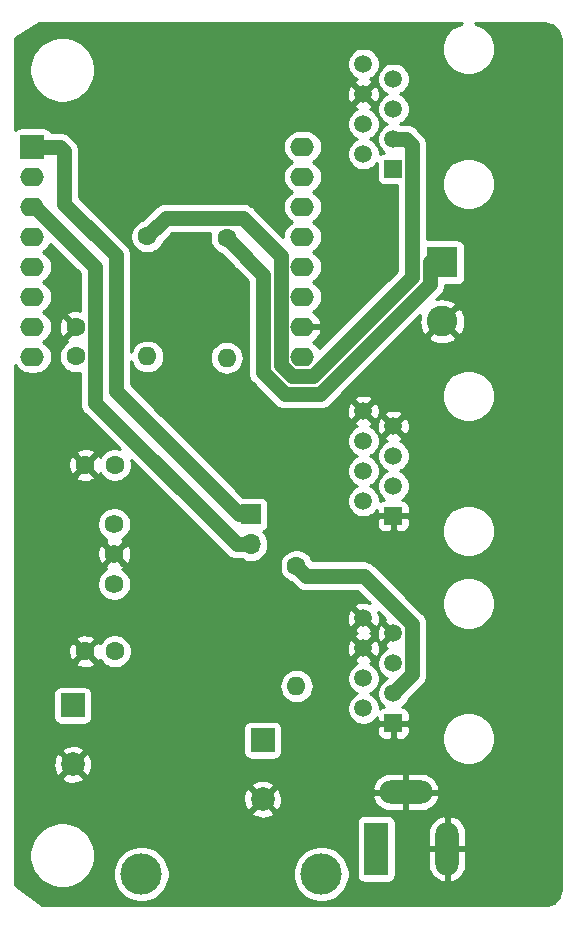
<source format=gbr>
G04 #@! TF.GenerationSoftware,KiCad,Pcbnew,(5.1.2)-2*
G04 #@! TF.CreationDate,2020-11-27T11:43:39-06:00*
G04 #@! TF.ProjectId,TempMonitor10PCB,54656d70-4d6f-46e6-9974-6f7231305043,rev?*
G04 #@! TF.SameCoordinates,Original*
G04 #@! TF.FileFunction,Copper,L2,Bot*
G04 #@! TF.FilePolarity,Positive*
%FSLAX46Y46*%
G04 Gerber Fmt 4.6, Leading zero omitted, Abs format (unit mm)*
G04 Created by KiCad (PCBNEW (5.1.2)-2) date 2020-11-27 11:43:39*
%MOMM*%
%LPD*%
G04 APERTURE LIST*
%ADD10O,1.600000X1.600000*%
%ADD11C,1.600000*%
%ADD12O,2.000000X1.600000*%
%ADD13R,2.000000X2.000000*%
%ADD14C,1.590000*%
%ADD15O,1.700000X1.700000*%
%ADD16R,1.700000X1.700000*%
%ADD17C,3.500000*%
%ADD18O,4.500000X2.000000*%
%ADD19O,2.000000X4.500000*%
%ADD20R,2.000000X4.500000*%
%ADD21C,1.500000*%
%ADD22R,1.500000X1.500000*%
%ADD23C,2.600000*%
%ADD24R,2.600000X2.600000*%
%ADD25C,2.000000*%
%ADD26C,1.300000*%
%ADD27C,0.254000*%
G04 APERTURE END LIST*
D10*
X74472800Y-106781600D03*
D11*
X74472800Y-96621600D03*
D12*
X74980800Y-61112400D03*
X74980800Y-63652400D03*
X74980800Y-66192400D03*
X74980800Y-68732400D03*
X74980800Y-71272400D03*
X74980800Y-73812400D03*
X74980800Y-76352400D03*
X74980800Y-78892400D03*
X52120800Y-78892400D03*
X52120800Y-76352400D03*
X52120800Y-73812400D03*
X52120800Y-71272400D03*
X52120800Y-68732400D03*
X52120800Y-66192400D03*
D13*
X52120800Y-61112400D03*
D12*
X52120800Y-63652400D03*
D14*
X59046000Y-93065600D03*
X59046000Y-95605600D03*
X59046000Y-98145600D03*
D15*
X70612000Y-94767400D03*
D16*
X70612000Y-92227400D03*
D17*
X61341000Y-122682000D03*
X76581000Y-122682000D03*
D18*
X83729200Y-115748400D03*
D19*
X87229200Y-120548400D03*
D20*
X81229200Y-120548400D03*
D21*
X80126200Y-101034600D03*
X82666200Y-102304600D03*
X80126200Y-103574600D03*
X82666200Y-104844600D03*
X80126200Y-106114600D03*
X82666200Y-107384600D03*
X80126200Y-108654600D03*
D22*
X82666200Y-109924600D03*
D21*
X80126200Y-83477800D03*
X82666200Y-84747800D03*
X80126200Y-86017800D03*
X82666200Y-87287800D03*
X80126200Y-88557800D03*
X82666200Y-89827800D03*
X80126200Y-91097800D03*
D22*
X82666200Y-92367800D03*
D21*
X80126200Y-54102000D03*
X82666200Y-55372000D03*
X80126200Y-56642000D03*
X82666200Y-57912000D03*
X80126200Y-59182000D03*
X82666200Y-60452000D03*
X80126200Y-61722000D03*
D22*
X82666200Y-62992000D03*
D23*
X86817200Y-75897400D03*
D24*
X86817200Y-70897400D03*
D10*
X68554600Y-78968600D03*
D11*
X68554600Y-68808600D03*
D10*
X61849000Y-78867000D03*
D11*
X61849000Y-68707000D03*
D25*
X55524400Y-113407200D03*
D13*
X55524400Y-108407200D03*
D11*
X56580400Y-103835200D03*
X59080400Y-103835200D03*
X56580400Y-88061800D03*
X59080400Y-88061800D03*
X55778400Y-76367000D03*
X55778400Y-78867000D03*
D25*
X71602600Y-116353600D03*
D13*
X71602600Y-111353600D03*
D26*
X85766211Y-70897400D02*
X86817200Y-70897400D01*
X76485580Y-82042420D02*
X85766211Y-72761789D01*
X70204601Y-70458601D02*
X70204601Y-70509401D01*
X85766211Y-72761789D02*
X85766211Y-70897400D01*
X71630779Y-71935579D02*
X71630779Y-80197179D01*
X71630779Y-80197179D02*
X73476019Y-82042419D01*
X68554600Y-68808600D02*
X70204601Y-70458601D01*
X70204601Y-70509401D02*
X71630779Y-71935579D01*
X73476019Y-82042419D02*
X76485580Y-82042420D01*
X52320800Y-66192400D02*
X52120800Y-66192400D01*
X57428401Y-71300001D02*
X52320800Y-66192400D01*
X57428401Y-82785882D02*
X57428401Y-71300001D01*
X69409919Y-94767400D02*
X57428401Y-82785882D01*
X70612000Y-94767400D02*
X69409919Y-94767400D01*
X70612000Y-92227400D02*
X69646800Y-92227400D01*
X69646800Y-92227400D02*
X59182000Y-81762600D01*
X59182000Y-81762600D02*
X59182000Y-70307200D01*
X59182000Y-70307200D02*
X54813200Y-65938400D01*
X54420800Y-61112400D02*
X52120800Y-61112400D01*
X54813200Y-61504800D02*
X54420800Y-61112400D01*
X54813200Y-65938400D02*
X54813200Y-61504800D01*
X63397401Y-67158599D02*
X69927199Y-67158599D01*
X61849000Y-68707000D02*
X63397401Y-67158599D01*
X83726860Y-60452000D02*
X82666200Y-60452000D01*
X84266201Y-60991341D02*
X83726860Y-60452000D01*
X84266201Y-72140465D02*
X84266201Y-60991341D01*
X75864256Y-80542410D02*
X84266201Y-72140465D01*
X74097344Y-80542410D02*
X75864256Y-80542410D01*
X73130790Y-79575856D02*
X74097344Y-80542410D01*
X73130790Y-70362190D02*
X73130790Y-79575856D01*
X69927199Y-67158599D02*
X73130790Y-70362190D01*
X83416199Y-106634601D02*
X82666200Y-107384600D01*
X84266201Y-105784599D02*
X83416199Y-106634601D01*
X84266201Y-101536599D02*
X84266201Y-105784599D01*
X80151201Y-97421599D02*
X84266201Y-101536599D01*
X75272799Y-97421599D02*
X80151201Y-97421599D01*
X74472800Y-96621600D02*
X75272799Y-97421599D01*
D27*
G36*
X88364275Y-50682890D02*
G01*
X87957531Y-50851369D01*
X87591471Y-51095962D01*
X87280162Y-51407271D01*
X87035569Y-51773331D01*
X86867090Y-52180075D01*
X86781200Y-52611872D01*
X86781200Y-53052128D01*
X86867090Y-53483925D01*
X87035569Y-53890669D01*
X87280162Y-54256729D01*
X87591471Y-54568038D01*
X87957531Y-54812631D01*
X88364275Y-54981110D01*
X88796072Y-55067000D01*
X89236328Y-55067000D01*
X89668125Y-54981110D01*
X90074869Y-54812631D01*
X90440929Y-54568038D01*
X90752238Y-54256729D01*
X90996831Y-53890669D01*
X91165310Y-53483925D01*
X91251200Y-53052128D01*
X91251200Y-52611872D01*
X91165310Y-52180075D01*
X90996831Y-51773331D01*
X90752238Y-51407271D01*
X90440929Y-51095962D01*
X90074869Y-50851369D01*
X89668125Y-50682890D01*
X89553050Y-50660000D01*
X95467721Y-50660000D01*
X95759659Y-50688625D01*
X96009429Y-50764035D01*
X96110754Y-50817911D01*
X96664339Y-51356119D01*
X96732378Y-51481954D01*
X96809531Y-51731195D01*
X96840000Y-52021088D01*
X96840001Y-123967711D01*
X96811375Y-124259660D01*
X96735965Y-124509429D01*
X96661138Y-124650157D01*
X96234933Y-125115108D01*
X96018046Y-125232378D01*
X95768805Y-125309531D01*
X95478911Y-125340000D01*
X52886432Y-125340000D01*
X50660000Y-123594369D01*
X50660000Y-120825701D01*
X51850400Y-120825701D01*
X51850400Y-121374299D01*
X51957426Y-121912354D01*
X52167365Y-122419192D01*
X52472150Y-122875334D01*
X52860066Y-123263250D01*
X53316208Y-123568035D01*
X53823046Y-123777974D01*
X54361101Y-123885000D01*
X54909699Y-123885000D01*
X55447754Y-123777974D01*
X55954592Y-123568035D01*
X56410734Y-123263250D01*
X56798650Y-122875334D01*
X57084788Y-122447098D01*
X58956000Y-122447098D01*
X58956000Y-122916902D01*
X59047654Y-123377679D01*
X59227440Y-123811721D01*
X59488450Y-124202349D01*
X59820651Y-124534550D01*
X60211279Y-124795560D01*
X60645321Y-124975346D01*
X61106098Y-125067000D01*
X61575902Y-125067000D01*
X62036679Y-124975346D01*
X62470721Y-124795560D01*
X62861349Y-124534550D01*
X63193550Y-124202349D01*
X63454560Y-123811721D01*
X63634346Y-123377679D01*
X63726000Y-122916902D01*
X63726000Y-122447098D01*
X74196000Y-122447098D01*
X74196000Y-122916902D01*
X74287654Y-123377679D01*
X74467440Y-123811721D01*
X74728450Y-124202349D01*
X75060651Y-124534550D01*
X75451279Y-124795560D01*
X75885321Y-124975346D01*
X76346098Y-125067000D01*
X76815902Y-125067000D01*
X77276679Y-124975346D01*
X77710721Y-124795560D01*
X78101349Y-124534550D01*
X78433550Y-124202349D01*
X78694560Y-123811721D01*
X78874346Y-123377679D01*
X78966000Y-122916902D01*
X78966000Y-122447098D01*
X78874346Y-121986321D01*
X78694560Y-121552279D01*
X78433550Y-121161651D01*
X78101349Y-120829450D01*
X77710721Y-120568440D01*
X77276679Y-120388654D01*
X76815902Y-120297000D01*
X76346098Y-120297000D01*
X75885321Y-120388654D01*
X75451279Y-120568440D01*
X75060651Y-120829450D01*
X74728450Y-121161651D01*
X74467440Y-121552279D01*
X74287654Y-121986321D01*
X74196000Y-122447098D01*
X63726000Y-122447098D01*
X63634346Y-121986321D01*
X63454560Y-121552279D01*
X63193550Y-121161651D01*
X62861349Y-120829450D01*
X62470721Y-120568440D01*
X62036679Y-120388654D01*
X61575902Y-120297000D01*
X61106098Y-120297000D01*
X60645321Y-120388654D01*
X60211279Y-120568440D01*
X59820651Y-120829450D01*
X59488450Y-121161651D01*
X59227440Y-121552279D01*
X59047654Y-121986321D01*
X58956000Y-122447098D01*
X57084788Y-122447098D01*
X57103435Y-122419192D01*
X57313374Y-121912354D01*
X57420400Y-121374299D01*
X57420400Y-120825701D01*
X57313374Y-120287646D01*
X57103435Y-119780808D01*
X56798650Y-119324666D01*
X56410734Y-118936750D01*
X55954592Y-118631965D01*
X55447754Y-118422026D01*
X54909699Y-118315000D01*
X54361101Y-118315000D01*
X53823046Y-118422026D01*
X53316208Y-118631965D01*
X52860066Y-118936750D01*
X52472150Y-119324666D01*
X52167365Y-119780808D01*
X51957426Y-120287646D01*
X51850400Y-120825701D01*
X50660000Y-120825701D01*
X50660000Y-118298400D01*
X79591128Y-118298400D01*
X79591128Y-122798400D01*
X79603388Y-122922882D01*
X79639698Y-123042580D01*
X79698663Y-123152894D01*
X79778015Y-123249585D01*
X79874706Y-123328937D01*
X79985020Y-123387902D01*
X80104718Y-123424212D01*
X80229200Y-123436472D01*
X82229200Y-123436472D01*
X82353682Y-123424212D01*
X82473380Y-123387902D01*
X82583694Y-123328937D01*
X82680385Y-123249585D01*
X82759737Y-123152894D01*
X82818702Y-123042580D01*
X82855012Y-122922882D01*
X82867272Y-122798400D01*
X82867272Y-120675400D01*
X85594200Y-120675400D01*
X85594200Y-121925400D01*
X85650393Y-122241932D01*
X85767258Y-122541420D01*
X85940305Y-122812354D01*
X86162883Y-123044322D01*
X86426439Y-123228410D01*
X86720845Y-123357544D01*
X86848766Y-123388524D01*
X87102200Y-123269177D01*
X87102200Y-120675400D01*
X87356200Y-120675400D01*
X87356200Y-123269177D01*
X87609634Y-123388524D01*
X87737555Y-123357544D01*
X88031961Y-123228410D01*
X88295517Y-123044322D01*
X88518095Y-122812354D01*
X88691142Y-122541420D01*
X88808007Y-122241932D01*
X88864200Y-121925400D01*
X88864200Y-120675400D01*
X87356200Y-120675400D01*
X87102200Y-120675400D01*
X85594200Y-120675400D01*
X82867272Y-120675400D01*
X82867272Y-119171400D01*
X85594200Y-119171400D01*
X85594200Y-120421400D01*
X87102200Y-120421400D01*
X87102200Y-117827623D01*
X87356200Y-117827623D01*
X87356200Y-120421400D01*
X88864200Y-120421400D01*
X88864200Y-119171400D01*
X88808007Y-118854868D01*
X88691142Y-118555380D01*
X88518095Y-118284446D01*
X88295517Y-118052478D01*
X88031961Y-117868390D01*
X87737555Y-117739256D01*
X87609634Y-117708276D01*
X87356200Y-117827623D01*
X87102200Y-117827623D01*
X86848766Y-117708276D01*
X86720845Y-117739256D01*
X86426439Y-117868390D01*
X86162883Y-118052478D01*
X85940305Y-118284446D01*
X85767258Y-118555380D01*
X85650393Y-118854868D01*
X85594200Y-119171400D01*
X82867272Y-119171400D01*
X82867272Y-118298400D01*
X82855012Y-118173918D01*
X82818702Y-118054220D01*
X82759737Y-117943906D01*
X82680385Y-117847215D01*
X82583694Y-117767863D01*
X82473380Y-117708898D01*
X82353682Y-117672588D01*
X82229200Y-117660328D01*
X80229200Y-117660328D01*
X80104718Y-117672588D01*
X79985020Y-117708898D01*
X79874706Y-117767863D01*
X79778015Y-117847215D01*
X79698663Y-117943906D01*
X79639698Y-118054220D01*
X79603388Y-118173918D01*
X79591128Y-118298400D01*
X50660000Y-118298400D01*
X50660000Y-117489013D01*
X70646792Y-117489013D01*
X70742556Y-117753414D01*
X71032171Y-117894304D01*
X71343708Y-117975984D01*
X71665195Y-117995318D01*
X71984275Y-117951561D01*
X72288688Y-117846395D01*
X72462644Y-117753414D01*
X72558408Y-117489013D01*
X71602600Y-116533205D01*
X70646792Y-117489013D01*
X50660000Y-117489013D01*
X50660000Y-116416195D01*
X69960882Y-116416195D01*
X70004639Y-116735275D01*
X70109805Y-117039688D01*
X70202786Y-117213644D01*
X70467187Y-117309408D01*
X71422995Y-116353600D01*
X71782205Y-116353600D01*
X72738013Y-117309408D01*
X73002414Y-117213644D01*
X73143304Y-116924029D01*
X73224984Y-116612492D01*
X73244318Y-116291005D01*
X73222079Y-116128834D01*
X80889076Y-116128834D01*
X80920056Y-116256755D01*
X81049190Y-116551161D01*
X81233278Y-116814717D01*
X81465246Y-117037295D01*
X81736180Y-117210342D01*
X82035668Y-117327207D01*
X82352200Y-117383400D01*
X83602200Y-117383400D01*
X83602200Y-115875400D01*
X83856200Y-115875400D01*
X83856200Y-117383400D01*
X85106200Y-117383400D01*
X85422732Y-117327207D01*
X85722220Y-117210342D01*
X85993154Y-117037295D01*
X86225122Y-116814717D01*
X86409210Y-116551161D01*
X86538344Y-116256755D01*
X86569324Y-116128834D01*
X86449977Y-115875400D01*
X83856200Y-115875400D01*
X83602200Y-115875400D01*
X81008423Y-115875400D01*
X80889076Y-116128834D01*
X73222079Y-116128834D01*
X73200561Y-115971925D01*
X73095395Y-115667512D01*
X73002414Y-115493556D01*
X72738013Y-115397792D01*
X71782205Y-116353600D01*
X71422995Y-116353600D01*
X70467187Y-115397792D01*
X70202786Y-115493556D01*
X70061896Y-115783171D01*
X69980216Y-116094708D01*
X69960882Y-116416195D01*
X50660000Y-116416195D01*
X50660000Y-115218187D01*
X70646792Y-115218187D01*
X71602600Y-116173995D01*
X72408629Y-115367966D01*
X80889076Y-115367966D01*
X81008423Y-115621400D01*
X83602200Y-115621400D01*
X83602200Y-114113400D01*
X83856200Y-114113400D01*
X83856200Y-115621400D01*
X86449977Y-115621400D01*
X86569324Y-115367966D01*
X86538344Y-115240045D01*
X86409210Y-114945639D01*
X86225122Y-114682083D01*
X85993154Y-114459505D01*
X85722220Y-114286458D01*
X85422732Y-114169593D01*
X85106200Y-114113400D01*
X83856200Y-114113400D01*
X83602200Y-114113400D01*
X82352200Y-114113400D01*
X82035668Y-114169593D01*
X81736180Y-114286458D01*
X81465246Y-114459505D01*
X81233278Y-114682083D01*
X81049190Y-114945639D01*
X80920056Y-115240045D01*
X80889076Y-115367966D01*
X72408629Y-115367966D01*
X72558408Y-115218187D01*
X72462644Y-114953786D01*
X72173029Y-114812896D01*
X71861492Y-114731216D01*
X71540005Y-114711882D01*
X71220925Y-114755639D01*
X70916512Y-114860805D01*
X70742556Y-114953786D01*
X70646792Y-115218187D01*
X50660000Y-115218187D01*
X50660000Y-114542613D01*
X54568592Y-114542613D01*
X54664356Y-114807014D01*
X54953971Y-114947904D01*
X55265508Y-115029584D01*
X55586995Y-115048918D01*
X55906075Y-115005161D01*
X56210488Y-114899995D01*
X56384444Y-114807014D01*
X56480208Y-114542613D01*
X55524400Y-113586805D01*
X54568592Y-114542613D01*
X50660000Y-114542613D01*
X50660000Y-113469795D01*
X53882682Y-113469795D01*
X53926439Y-113788875D01*
X54031605Y-114093288D01*
X54124586Y-114267244D01*
X54388987Y-114363008D01*
X55344795Y-113407200D01*
X55704005Y-113407200D01*
X56659813Y-114363008D01*
X56924214Y-114267244D01*
X57065104Y-113977629D01*
X57146784Y-113666092D01*
X57166118Y-113344605D01*
X57122361Y-113025525D01*
X57017195Y-112721112D01*
X56924214Y-112547156D01*
X56659813Y-112451392D01*
X55704005Y-113407200D01*
X55344795Y-113407200D01*
X54388987Y-112451392D01*
X54124586Y-112547156D01*
X53983696Y-112836771D01*
X53902016Y-113148308D01*
X53882682Y-113469795D01*
X50660000Y-113469795D01*
X50660000Y-112271787D01*
X54568592Y-112271787D01*
X55524400Y-113227595D01*
X56480208Y-112271787D01*
X56384444Y-112007386D01*
X56094829Y-111866496D01*
X55783292Y-111784816D01*
X55461805Y-111765482D01*
X55142725Y-111809239D01*
X54838312Y-111914405D01*
X54664356Y-112007386D01*
X54568592Y-112271787D01*
X50660000Y-112271787D01*
X50660000Y-110353600D01*
X69964528Y-110353600D01*
X69964528Y-112353600D01*
X69976788Y-112478082D01*
X70013098Y-112597780D01*
X70072063Y-112708094D01*
X70151415Y-112804785D01*
X70248106Y-112884137D01*
X70358420Y-112943102D01*
X70478118Y-112979412D01*
X70602600Y-112991672D01*
X72602600Y-112991672D01*
X72727082Y-112979412D01*
X72846780Y-112943102D01*
X72957094Y-112884137D01*
X73053785Y-112804785D01*
X73133137Y-112708094D01*
X73192102Y-112597780D01*
X73228412Y-112478082D01*
X73240672Y-112353600D01*
X73240672Y-110674600D01*
X81278128Y-110674600D01*
X81290388Y-110799082D01*
X81326698Y-110918780D01*
X81385663Y-111029094D01*
X81465015Y-111125785D01*
X81561706Y-111205137D01*
X81672020Y-111264102D01*
X81791718Y-111300412D01*
X81916200Y-111312672D01*
X82380450Y-111309600D01*
X82539200Y-111150850D01*
X82539200Y-110051600D01*
X82793200Y-110051600D01*
X82793200Y-111150850D01*
X82951950Y-111309600D01*
X83416200Y-111312672D01*
X83540682Y-111300412D01*
X83660380Y-111264102D01*
X83770694Y-111205137D01*
X83867385Y-111125785D01*
X83946737Y-111029094D01*
X83975933Y-110974472D01*
X86781200Y-110974472D01*
X86781200Y-111414728D01*
X86867090Y-111846525D01*
X87035569Y-112253269D01*
X87280162Y-112619329D01*
X87591471Y-112930638D01*
X87957531Y-113175231D01*
X88364275Y-113343710D01*
X88796072Y-113429600D01*
X89236328Y-113429600D01*
X89668125Y-113343710D01*
X90074869Y-113175231D01*
X90440929Y-112930638D01*
X90752238Y-112619329D01*
X90996831Y-112253269D01*
X91165310Y-111846525D01*
X91251200Y-111414728D01*
X91251200Y-110974472D01*
X91165310Y-110542675D01*
X90996831Y-110135931D01*
X90752238Y-109769871D01*
X90440929Y-109458562D01*
X90074869Y-109213969D01*
X89668125Y-109045490D01*
X89236328Y-108959600D01*
X88796072Y-108959600D01*
X88364275Y-109045490D01*
X87957531Y-109213969D01*
X87591471Y-109458562D01*
X87280162Y-109769871D01*
X87035569Y-110135931D01*
X86867090Y-110542675D01*
X86781200Y-110974472D01*
X83975933Y-110974472D01*
X84005702Y-110918780D01*
X84042012Y-110799082D01*
X84054272Y-110674600D01*
X84051200Y-110210350D01*
X83892450Y-110051600D01*
X82793200Y-110051600D01*
X82539200Y-110051600D01*
X81439950Y-110051600D01*
X81281200Y-110210350D01*
X81278128Y-110674600D01*
X73240672Y-110674600D01*
X73240672Y-110353600D01*
X73228412Y-110229118D01*
X73192102Y-110109420D01*
X73133137Y-109999106D01*
X73053785Y-109902415D01*
X72957094Y-109823063D01*
X72846780Y-109764098D01*
X72727082Y-109727788D01*
X72602600Y-109715528D01*
X70602600Y-109715528D01*
X70478118Y-109727788D01*
X70358420Y-109764098D01*
X70248106Y-109823063D01*
X70151415Y-109902415D01*
X70072063Y-109999106D01*
X70013098Y-110109420D01*
X69976788Y-110229118D01*
X69964528Y-110353600D01*
X50660000Y-110353600D01*
X50660000Y-107407200D01*
X53886328Y-107407200D01*
X53886328Y-109407200D01*
X53898588Y-109531682D01*
X53934898Y-109651380D01*
X53993863Y-109761694D01*
X54073215Y-109858385D01*
X54169906Y-109937737D01*
X54280220Y-109996702D01*
X54399918Y-110033012D01*
X54524400Y-110045272D01*
X56524400Y-110045272D01*
X56648882Y-110033012D01*
X56768580Y-109996702D01*
X56878894Y-109937737D01*
X56975585Y-109858385D01*
X57054937Y-109761694D01*
X57113902Y-109651380D01*
X57150212Y-109531682D01*
X57162472Y-109407200D01*
X57162472Y-107407200D01*
X57150212Y-107282718D01*
X57113902Y-107163020D01*
X57054937Y-107052706D01*
X56975585Y-106956015D01*
X56878894Y-106876663D01*
X56768580Y-106817698D01*
X56649581Y-106781600D01*
X73030857Y-106781600D01*
X73058564Y-107062909D01*
X73140618Y-107333408D01*
X73273868Y-107582701D01*
X73453192Y-107801208D01*
X73671699Y-107980532D01*
X73920992Y-108113782D01*
X74191491Y-108195836D01*
X74402308Y-108216600D01*
X74543292Y-108216600D01*
X74754109Y-108195836D01*
X75024608Y-108113782D01*
X75273901Y-107980532D01*
X75492408Y-107801208D01*
X75671732Y-107582701D01*
X75804982Y-107333408D01*
X75887036Y-107062909D01*
X75914743Y-106781600D01*
X75887036Y-106500291D01*
X75804982Y-106229792D01*
X75671732Y-105980499D01*
X75492408Y-105761992D01*
X75273901Y-105582668D01*
X75024608Y-105449418D01*
X74754109Y-105367364D01*
X74543292Y-105346600D01*
X74402308Y-105346600D01*
X74191491Y-105367364D01*
X73920992Y-105449418D01*
X73671699Y-105582668D01*
X73453192Y-105761992D01*
X73273868Y-105980499D01*
X73140618Y-106229792D01*
X73058564Y-106500291D01*
X73030857Y-106781600D01*
X56649581Y-106781600D01*
X56648882Y-106781388D01*
X56524400Y-106769128D01*
X54524400Y-106769128D01*
X54399918Y-106781388D01*
X54280220Y-106817698D01*
X54169906Y-106876663D01*
X54073215Y-106956015D01*
X53993863Y-107052706D01*
X53934898Y-107163020D01*
X53898588Y-107282718D01*
X53886328Y-107407200D01*
X50660000Y-107407200D01*
X50660000Y-104827902D01*
X55767303Y-104827902D01*
X55838886Y-105071871D01*
X56094396Y-105192771D01*
X56368584Y-105261500D01*
X56650912Y-105275417D01*
X56930530Y-105233987D01*
X57196692Y-105138803D01*
X57321914Y-105071871D01*
X57393497Y-104827902D01*
X56580400Y-104014805D01*
X55767303Y-104827902D01*
X50660000Y-104827902D01*
X50660000Y-103905712D01*
X55140183Y-103905712D01*
X55181613Y-104185330D01*
X55276797Y-104451492D01*
X55343729Y-104576714D01*
X55587698Y-104648297D01*
X56400795Y-103835200D01*
X56760005Y-103835200D01*
X57573102Y-104648297D01*
X57817071Y-104576714D01*
X57830724Y-104547859D01*
X57965763Y-104749959D01*
X58165641Y-104949837D01*
X58400673Y-105106880D01*
X58661826Y-105215053D01*
X58939065Y-105270200D01*
X59221735Y-105270200D01*
X59498974Y-105215053D01*
X59760127Y-105106880D01*
X59995159Y-104949837D01*
X60195037Y-104749959D01*
X60352080Y-104514927D01*
X60460253Y-104253774D01*
X60515400Y-103976535D01*
X60515400Y-103693865D01*
X60506097Y-103647092D01*
X78736388Y-103647092D01*
X78777235Y-103916838D01*
X78869923Y-104173432D01*
X78930340Y-104286463D01*
X79169207Y-104351988D01*
X79946595Y-103574600D01*
X80305805Y-103574600D01*
X81083193Y-104351988D01*
X81322060Y-104286463D01*
X81437960Y-104039484D01*
X81503450Y-103774640D01*
X81516012Y-103502108D01*
X81475165Y-103232362D01*
X81382477Y-102975768D01*
X81322060Y-102862737D01*
X81083193Y-102797212D01*
X80305805Y-103574600D01*
X79946595Y-103574600D01*
X79169207Y-102797212D01*
X78930340Y-102862737D01*
X78814440Y-103109716D01*
X78748950Y-103374560D01*
X78736388Y-103647092D01*
X60506097Y-103647092D01*
X60460253Y-103416626D01*
X60352080Y-103155473D01*
X60195037Y-102920441D01*
X59995159Y-102720563D01*
X59760127Y-102563520D01*
X59498974Y-102455347D01*
X59221735Y-102400200D01*
X58939065Y-102400200D01*
X58661826Y-102455347D01*
X58400673Y-102563520D01*
X58165641Y-102720563D01*
X57965763Y-102920441D01*
X57831708Y-103121069D01*
X57817071Y-103093686D01*
X57573102Y-103022103D01*
X56760005Y-103835200D01*
X56400795Y-103835200D01*
X55587698Y-103022103D01*
X55343729Y-103093686D01*
X55222829Y-103349196D01*
X55154100Y-103623384D01*
X55140183Y-103905712D01*
X50660000Y-103905712D01*
X50660000Y-102842498D01*
X55767303Y-102842498D01*
X56580400Y-103655595D01*
X57393497Y-102842498D01*
X57321914Y-102598529D01*
X57066404Y-102477629D01*
X56792216Y-102408900D01*
X56509888Y-102394983D01*
X56230270Y-102436413D01*
X55964108Y-102531597D01*
X55838886Y-102598529D01*
X55767303Y-102842498D01*
X50660000Y-102842498D01*
X50660000Y-101991593D01*
X79348812Y-101991593D01*
X79414337Y-102230460D01*
X79569296Y-102303178D01*
X79527368Y-102318323D01*
X79414337Y-102378740D01*
X79348812Y-102617607D01*
X80126200Y-103394995D01*
X80903588Y-102617607D01*
X80838063Y-102378740D01*
X80834552Y-102377092D01*
X81276388Y-102377092D01*
X81317235Y-102646838D01*
X81409923Y-102903432D01*
X81470340Y-103016463D01*
X81709207Y-103081988D01*
X82486595Y-102304600D01*
X81709207Y-101527212D01*
X81470340Y-101592737D01*
X81354440Y-101839716D01*
X81288950Y-102104560D01*
X81276388Y-102377092D01*
X80834552Y-102377092D01*
X80683104Y-102306022D01*
X80725032Y-102290877D01*
X80838063Y-102230460D01*
X80903588Y-101991593D01*
X80126200Y-101214205D01*
X79348812Y-101991593D01*
X50660000Y-101991593D01*
X50660000Y-101107092D01*
X78736388Y-101107092D01*
X78777235Y-101376838D01*
X78869923Y-101633432D01*
X78930340Y-101746463D01*
X79169207Y-101811988D01*
X79946595Y-101034600D01*
X79169207Y-100257212D01*
X78930340Y-100322737D01*
X78814440Y-100569716D01*
X78748950Y-100834560D01*
X78736388Y-101107092D01*
X50660000Y-101107092D01*
X50660000Y-98004757D01*
X57616000Y-98004757D01*
X57616000Y-98286443D01*
X57670954Y-98562716D01*
X57778751Y-98822959D01*
X57935247Y-99057172D01*
X58134428Y-99256353D01*
X58368641Y-99412849D01*
X58628884Y-99520646D01*
X58905157Y-99575600D01*
X59186843Y-99575600D01*
X59463116Y-99520646D01*
X59723359Y-99412849D01*
X59957572Y-99256353D01*
X60156753Y-99057172D01*
X60313249Y-98822959D01*
X60421046Y-98562716D01*
X60476000Y-98286443D01*
X60476000Y-98004757D01*
X60421046Y-97728484D01*
X60313249Y-97468241D01*
X60156753Y-97234028D01*
X59957572Y-97034847D01*
X59723359Y-96878351D01*
X59715504Y-96875097D01*
X59784550Y-96838191D01*
X59855527Y-96594732D01*
X59741060Y-96480265D01*
X73037800Y-96480265D01*
X73037800Y-96762935D01*
X73092947Y-97040174D01*
X73201120Y-97301327D01*
X73358163Y-97536359D01*
X73558041Y-97736237D01*
X73793073Y-97893280D01*
X74022071Y-97988134D01*
X74319528Y-98285591D01*
X74359771Y-98334627D01*
X74555437Y-98495207D01*
X74778672Y-98614528D01*
X75020895Y-98688006D01*
X75209676Y-98706599D01*
X75209685Y-98706599D01*
X75272798Y-98712815D01*
X75335911Y-98706599D01*
X79618938Y-98706599D01*
X80674166Y-99761828D01*
X80591084Y-99722840D01*
X80326240Y-99657350D01*
X80053708Y-99644788D01*
X79783962Y-99685635D01*
X79527368Y-99778323D01*
X79414337Y-99838740D01*
X79348812Y-100077607D01*
X80126200Y-100854995D01*
X80140343Y-100840853D01*
X80319948Y-101020458D01*
X80305805Y-101034600D01*
X81083193Y-101811988D01*
X81322060Y-101746463D01*
X81437960Y-101499484D01*
X81503450Y-101234640D01*
X81516012Y-100962108D01*
X81475165Y-100692362D01*
X81401914Y-100489576D01*
X81997830Y-101085492D01*
X81954337Y-101108740D01*
X81888812Y-101347607D01*
X82666200Y-102124995D01*
X82680343Y-102110853D01*
X82859948Y-102290458D01*
X82845805Y-102304600D01*
X82859948Y-102318743D01*
X82680343Y-102498348D01*
X82666200Y-102484205D01*
X81888812Y-103261593D01*
X81954337Y-103500460D01*
X82112677Y-103574764D01*
X82010157Y-103617229D01*
X81783314Y-103768801D01*
X81590401Y-103961714D01*
X81438829Y-104188557D01*
X81334425Y-104440611D01*
X81281200Y-104708189D01*
X81281200Y-104981011D01*
X81334425Y-105248589D01*
X81438829Y-105500643D01*
X81590401Y-105727486D01*
X81783314Y-105920399D01*
X82010157Y-106071971D01*
X82113073Y-106114600D01*
X82010157Y-106157229D01*
X81783314Y-106308801D01*
X81590401Y-106501714D01*
X81438829Y-106728557D01*
X81334425Y-106980611D01*
X81281200Y-107248189D01*
X81281200Y-107521011D01*
X81334425Y-107788589D01*
X81438829Y-108040643D01*
X81590401Y-108267486D01*
X81783314Y-108460399D01*
X81899683Y-108538155D01*
X81791718Y-108548788D01*
X81672020Y-108585098D01*
X81561706Y-108644063D01*
X81511200Y-108685512D01*
X81511200Y-108518189D01*
X81457975Y-108250611D01*
X81353571Y-107998557D01*
X81201999Y-107771714D01*
X81009086Y-107578801D01*
X80782243Y-107427229D01*
X80679327Y-107384600D01*
X80782243Y-107341971D01*
X81009086Y-107190399D01*
X81201999Y-106997486D01*
X81353571Y-106770643D01*
X81457975Y-106518589D01*
X81511200Y-106251011D01*
X81511200Y-105978189D01*
X81457975Y-105710611D01*
X81353571Y-105458557D01*
X81201999Y-105231714D01*
X81009086Y-105038801D01*
X80782243Y-104887229D01*
X80682921Y-104846089D01*
X80725032Y-104830877D01*
X80838063Y-104770460D01*
X80903588Y-104531593D01*
X80126200Y-103754205D01*
X79348812Y-104531593D01*
X79414337Y-104770460D01*
X79572677Y-104844764D01*
X79470157Y-104887229D01*
X79243314Y-105038801D01*
X79050401Y-105231714D01*
X78898829Y-105458557D01*
X78794425Y-105710611D01*
X78741200Y-105978189D01*
X78741200Y-106251011D01*
X78794425Y-106518589D01*
X78898829Y-106770643D01*
X79050401Y-106997486D01*
X79243314Y-107190399D01*
X79470157Y-107341971D01*
X79573073Y-107384600D01*
X79470157Y-107427229D01*
X79243314Y-107578801D01*
X79050401Y-107771714D01*
X78898829Y-107998557D01*
X78794425Y-108250611D01*
X78741200Y-108518189D01*
X78741200Y-108791011D01*
X78794425Y-109058589D01*
X78898829Y-109310643D01*
X79050401Y-109537486D01*
X79243314Y-109730399D01*
X79470157Y-109881971D01*
X79722211Y-109986375D01*
X79989789Y-110039600D01*
X80262611Y-110039600D01*
X80530189Y-109986375D01*
X80782243Y-109881971D01*
X81009086Y-109730399D01*
X81201999Y-109537486D01*
X81279759Y-109421110D01*
X81281200Y-109638850D01*
X81439950Y-109797600D01*
X82539200Y-109797600D01*
X82539200Y-109777600D01*
X82793200Y-109777600D01*
X82793200Y-109797600D01*
X83892450Y-109797600D01*
X84051200Y-109638850D01*
X84054272Y-109174600D01*
X84042012Y-109050118D01*
X84005702Y-108930420D01*
X83946737Y-108820106D01*
X83867385Y-108723415D01*
X83770694Y-108644063D01*
X83660380Y-108585098D01*
X83540682Y-108548788D01*
X83432717Y-108538155D01*
X83549086Y-108460399D01*
X83741999Y-108267486D01*
X83893571Y-108040643D01*
X83940346Y-107927717D01*
X84369466Y-107498598D01*
X84369471Y-107498592D01*
X85130193Y-106737870D01*
X85179229Y-106697627D01*
X85339809Y-106501961D01*
X85459130Y-106278726D01*
X85532608Y-106036503D01*
X85551201Y-105847722D01*
X85551201Y-105847713D01*
X85557417Y-105784600D01*
X85551201Y-105721487D01*
X85551201Y-101599715D01*
X85557417Y-101536599D01*
X85551201Y-101473483D01*
X85551201Y-101473476D01*
X85532608Y-101284695D01*
X85459130Y-101042472D01*
X85339809Y-100819237D01*
X85235685Y-100692362D01*
X85219468Y-100672601D01*
X85219463Y-100672596D01*
X85179229Y-100623571D01*
X85130205Y-100583338D01*
X84091339Y-99544472D01*
X86781200Y-99544472D01*
X86781200Y-99984728D01*
X86867090Y-100416525D01*
X87035569Y-100823269D01*
X87280162Y-101189329D01*
X87591471Y-101500638D01*
X87957531Y-101745231D01*
X88364275Y-101913710D01*
X88796072Y-101999600D01*
X89236328Y-101999600D01*
X89668125Y-101913710D01*
X90074869Y-101745231D01*
X90440929Y-101500638D01*
X90752238Y-101189329D01*
X90996831Y-100823269D01*
X91165310Y-100416525D01*
X91251200Y-99984728D01*
X91251200Y-99544472D01*
X91165310Y-99112675D01*
X90996831Y-98705931D01*
X90752238Y-98339871D01*
X90440929Y-98028562D01*
X90074869Y-97783969D01*
X89668125Y-97615490D01*
X89236328Y-97529600D01*
X88796072Y-97529600D01*
X88364275Y-97615490D01*
X87957531Y-97783969D01*
X87591471Y-98028562D01*
X87280162Y-98339871D01*
X87035569Y-98705931D01*
X86867090Y-99112675D01*
X86781200Y-99544472D01*
X84091339Y-99544472D01*
X81104472Y-96557607D01*
X81064229Y-96508571D01*
X80868563Y-96347991D01*
X80645328Y-96228670D01*
X80403105Y-96155192D01*
X80214324Y-96136599D01*
X80214316Y-96136599D01*
X80151201Y-96130383D01*
X80088086Y-96136599D01*
X75825138Y-96136599D01*
X75744480Y-95941873D01*
X75587437Y-95706841D01*
X75387559Y-95506963D01*
X75152527Y-95349920D01*
X74891374Y-95241747D01*
X74614135Y-95186600D01*
X74331465Y-95186600D01*
X74054226Y-95241747D01*
X73793073Y-95349920D01*
X73558041Y-95506963D01*
X73358163Y-95706841D01*
X73201120Y-95941873D01*
X73092947Y-96203026D01*
X73037800Y-96480265D01*
X59741060Y-96480265D01*
X59046000Y-95785205D01*
X58236473Y-96594732D01*
X58307450Y-96838191D01*
X58381301Y-96873107D01*
X58368641Y-96878351D01*
X58134428Y-97034847D01*
X57935247Y-97234028D01*
X57778751Y-97468241D01*
X57670954Y-97728484D01*
X57616000Y-98004757D01*
X50660000Y-98004757D01*
X50660000Y-95676309D01*
X57610821Y-95676309D01*
X57652192Y-95954940D01*
X57747127Y-96220147D01*
X57813409Y-96344150D01*
X58056868Y-96415127D01*
X58866395Y-95605600D01*
X59225605Y-95605600D01*
X60035132Y-96415127D01*
X60278591Y-96344150D01*
X60398992Y-96089492D01*
X60467397Y-95816239D01*
X60481179Y-95534891D01*
X60439808Y-95256260D01*
X60344873Y-94991053D01*
X60278591Y-94867050D01*
X60035132Y-94796073D01*
X59225605Y-95605600D01*
X58866395Y-95605600D01*
X58056868Y-94796073D01*
X57813409Y-94867050D01*
X57693008Y-95121708D01*
X57624603Y-95394961D01*
X57610821Y-95676309D01*
X50660000Y-95676309D01*
X50660000Y-92924757D01*
X57616000Y-92924757D01*
X57616000Y-93206443D01*
X57670954Y-93482716D01*
X57778751Y-93742959D01*
X57935247Y-93977172D01*
X58134428Y-94176353D01*
X58368641Y-94332849D01*
X58376496Y-94336103D01*
X58307450Y-94373009D01*
X58236473Y-94616468D01*
X59046000Y-95425995D01*
X59855527Y-94616468D01*
X59784550Y-94373009D01*
X59710699Y-94338093D01*
X59723359Y-94332849D01*
X59957572Y-94176353D01*
X60156753Y-93977172D01*
X60313249Y-93742959D01*
X60421046Y-93482716D01*
X60476000Y-93206443D01*
X60476000Y-92924757D01*
X60421046Y-92648484D01*
X60313249Y-92388241D01*
X60156753Y-92154028D01*
X59957572Y-91954847D01*
X59723359Y-91798351D01*
X59463116Y-91690554D01*
X59186843Y-91635600D01*
X58905157Y-91635600D01*
X58628884Y-91690554D01*
X58368641Y-91798351D01*
X58134428Y-91954847D01*
X57935247Y-92154028D01*
X57778751Y-92388241D01*
X57670954Y-92648484D01*
X57616000Y-92924757D01*
X50660000Y-92924757D01*
X50660000Y-89054502D01*
X55767303Y-89054502D01*
X55838886Y-89298471D01*
X56094396Y-89419371D01*
X56368584Y-89488100D01*
X56650912Y-89502017D01*
X56930530Y-89460587D01*
X57196692Y-89365403D01*
X57321914Y-89298471D01*
X57393497Y-89054502D01*
X56580400Y-88241405D01*
X55767303Y-89054502D01*
X50660000Y-89054502D01*
X50660000Y-88132312D01*
X55140183Y-88132312D01*
X55181613Y-88411930D01*
X55276797Y-88678092D01*
X55343729Y-88803314D01*
X55587698Y-88874897D01*
X56400795Y-88061800D01*
X55587698Y-87248703D01*
X55343729Y-87320286D01*
X55222829Y-87575796D01*
X55154100Y-87849984D01*
X55140183Y-88132312D01*
X50660000Y-88132312D01*
X50660000Y-87069098D01*
X55767303Y-87069098D01*
X56580400Y-87882195D01*
X57393497Y-87069098D01*
X57321914Y-86825129D01*
X57066404Y-86704229D01*
X56792216Y-86635500D01*
X56509888Y-86621583D01*
X56230270Y-86663013D01*
X55964108Y-86758197D01*
X55838886Y-86825129D01*
X55767303Y-87069098D01*
X50660000Y-87069098D01*
X50660000Y-79577754D01*
X50721868Y-79693501D01*
X50901192Y-79912008D01*
X51119699Y-80091332D01*
X51368992Y-80224582D01*
X51639491Y-80306636D01*
X51850308Y-80327400D01*
X52391292Y-80327400D01*
X52602109Y-80306636D01*
X52872608Y-80224582D01*
X53121901Y-80091332D01*
X53340408Y-79912008D01*
X53519732Y-79693501D01*
X53652982Y-79444208D01*
X53735036Y-79173709D01*
X53762743Y-78892400D01*
X53735036Y-78611091D01*
X53652982Y-78340592D01*
X53519732Y-78091299D01*
X53340408Y-77872792D01*
X53121901Y-77693468D01*
X52988942Y-77622400D01*
X53121901Y-77551332D01*
X53340408Y-77372008D01*
X53519732Y-77153501D01*
X53652982Y-76904208D01*
X53735036Y-76633709D01*
X53754360Y-76437512D01*
X54338183Y-76437512D01*
X54379613Y-76717130D01*
X54474797Y-76983292D01*
X54541729Y-77108514D01*
X54785698Y-77180097D01*
X55598795Y-76367000D01*
X54785698Y-75553903D01*
X54541729Y-75625486D01*
X54420829Y-75880996D01*
X54352100Y-76155184D01*
X54338183Y-76437512D01*
X53754360Y-76437512D01*
X53762743Y-76352400D01*
X53735036Y-76071091D01*
X53652982Y-75800592D01*
X53519732Y-75551299D01*
X53340408Y-75332792D01*
X53121901Y-75153468D01*
X52988942Y-75082400D01*
X53121901Y-75011332D01*
X53340408Y-74832008D01*
X53519732Y-74613501D01*
X53652982Y-74364208D01*
X53735036Y-74093709D01*
X53762743Y-73812400D01*
X53735036Y-73531091D01*
X53652982Y-73260592D01*
X53519732Y-73011299D01*
X53340408Y-72792792D01*
X53121901Y-72613468D01*
X52988942Y-72542400D01*
X53121901Y-72471332D01*
X53340408Y-72292008D01*
X53519732Y-72073501D01*
X53652982Y-71824208D01*
X53735036Y-71553709D01*
X53762743Y-71272400D01*
X53735036Y-70991091D01*
X53652982Y-70720592D01*
X53519732Y-70471299D01*
X53340408Y-70252792D01*
X53121901Y-70073468D01*
X52988942Y-70002400D01*
X53121901Y-69931332D01*
X53340408Y-69752008D01*
X53519732Y-69533501D01*
X53632905Y-69321769D01*
X56143402Y-71832267D01*
X56143402Y-74979098D01*
X55990216Y-74940700D01*
X55707888Y-74926783D01*
X55428270Y-74968213D01*
X55162108Y-75063397D01*
X55036886Y-75130329D01*
X54965303Y-75374298D01*
X55778400Y-76187395D01*
X55792543Y-76173253D01*
X55972148Y-76352858D01*
X55958005Y-76367000D01*
X55972148Y-76381143D01*
X55792543Y-76560748D01*
X55778400Y-76546605D01*
X54965303Y-77359702D01*
X55036886Y-77603671D01*
X55065741Y-77617324D01*
X54863641Y-77752363D01*
X54663763Y-77952241D01*
X54506720Y-78187273D01*
X54398547Y-78448426D01*
X54343400Y-78725665D01*
X54343400Y-79008335D01*
X54398547Y-79285574D01*
X54506720Y-79546727D01*
X54663763Y-79781759D01*
X54863641Y-79981637D01*
X55098673Y-80138680D01*
X55359826Y-80246853D01*
X55637065Y-80302000D01*
X55919735Y-80302000D01*
X56143401Y-80257509D01*
X56143401Y-82722767D01*
X56137185Y-82785882D01*
X56143401Y-82848997D01*
X56143401Y-82849004D01*
X56161994Y-83037785D01*
X56235472Y-83280008D01*
X56354793Y-83503243D01*
X56515373Y-83698910D01*
X56564409Y-83739153D01*
X59513021Y-86687766D01*
X59498974Y-86681947D01*
X59221735Y-86626800D01*
X58939065Y-86626800D01*
X58661826Y-86681947D01*
X58400673Y-86790120D01*
X58165641Y-86947163D01*
X57965763Y-87147041D01*
X57831708Y-87347669D01*
X57817071Y-87320286D01*
X57573102Y-87248703D01*
X56760005Y-88061800D01*
X57573102Y-88874897D01*
X57817071Y-88803314D01*
X57830724Y-88774459D01*
X57965763Y-88976559D01*
X58165641Y-89176437D01*
X58400673Y-89333480D01*
X58661826Y-89441653D01*
X58939065Y-89496800D01*
X59221735Y-89496800D01*
X59498974Y-89441653D01*
X59760127Y-89333480D01*
X59995159Y-89176437D01*
X60195037Y-88976559D01*
X60352080Y-88741527D01*
X60460253Y-88480374D01*
X60515400Y-88203135D01*
X60515400Y-87920465D01*
X60460253Y-87643226D01*
X60454434Y-87629179D01*
X68456652Y-95631397D01*
X68496891Y-95680428D01*
X68692557Y-95841008D01*
X68915792Y-95960329D01*
X69158015Y-96033807D01*
X69346796Y-96052400D01*
X69346805Y-96052400D01*
X69409918Y-96058616D01*
X69473031Y-96052400D01*
X69865854Y-96052400D01*
X70040966Y-96145999D01*
X70320889Y-96230913D01*
X70539050Y-96252400D01*
X70684950Y-96252400D01*
X70903111Y-96230913D01*
X71183034Y-96145999D01*
X71441014Y-96008106D01*
X71667134Y-95822534D01*
X71852706Y-95596414D01*
X71990599Y-95338434D01*
X72075513Y-95058511D01*
X72104185Y-94767400D01*
X72075513Y-94476289D01*
X71990599Y-94196366D01*
X71852706Y-93938386D01*
X71667134Y-93712266D01*
X71637313Y-93687793D01*
X71706180Y-93666902D01*
X71816494Y-93607937D01*
X71913185Y-93528585D01*
X71992537Y-93431894D01*
X72051502Y-93321580D01*
X72087812Y-93201882D01*
X72096093Y-93117800D01*
X81278128Y-93117800D01*
X81290388Y-93242282D01*
X81326698Y-93361980D01*
X81385663Y-93472294D01*
X81465015Y-93568985D01*
X81561706Y-93648337D01*
X81672020Y-93707302D01*
X81791718Y-93743612D01*
X81916200Y-93755872D01*
X82380450Y-93752800D01*
X82539200Y-93594050D01*
X82539200Y-92494800D01*
X82793200Y-92494800D01*
X82793200Y-93594050D01*
X82951950Y-93752800D01*
X83416200Y-93755872D01*
X83540682Y-93743612D01*
X83660380Y-93707302D01*
X83770694Y-93648337D01*
X83867385Y-93568985D01*
X83946737Y-93472294D01*
X83975933Y-93417672D01*
X86781200Y-93417672D01*
X86781200Y-93857928D01*
X86867090Y-94289725D01*
X87035569Y-94696469D01*
X87280162Y-95062529D01*
X87591471Y-95373838D01*
X87957531Y-95618431D01*
X88364275Y-95786910D01*
X88796072Y-95872800D01*
X89236328Y-95872800D01*
X89668125Y-95786910D01*
X90074869Y-95618431D01*
X90440929Y-95373838D01*
X90752238Y-95062529D01*
X90996831Y-94696469D01*
X91165310Y-94289725D01*
X91251200Y-93857928D01*
X91251200Y-93417672D01*
X91165310Y-92985875D01*
X90996831Y-92579131D01*
X90752238Y-92213071D01*
X90440929Y-91901762D01*
X90074869Y-91657169D01*
X89668125Y-91488690D01*
X89236328Y-91402800D01*
X88796072Y-91402800D01*
X88364275Y-91488690D01*
X87957531Y-91657169D01*
X87591471Y-91901762D01*
X87280162Y-92213071D01*
X87035569Y-92579131D01*
X86867090Y-92985875D01*
X86781200Y-93417672D01*
X83975933Y-93417672D01*
X84005702Y-93361980D01*
X84042012Y-93242282D01*
X84054272Y-93117800D01*
X84051200Y-92653550D01*
X83892450Y-92494800D01*
X82793200Y-92494800D01*
X82539200Y-92494800D01*
X81439950Y-92494800D01*
X81281200Y-92653550D01*
X81278128Y-93117800D01*
X72096093Y-93117800D01*
X72100072Y-93077400D01*
X72100072Y-91377400D01*
X72087812Y-91252918D01*
X72051502Y-91133220D01*
X71992537Y-91022906D01*
X71913185Y-90926215D01*
X71816494Y-90846863D01*
X71706180Y-90787898D01*
X71586482Y-90751588D01*
X71462000Y-90739328D01*
X69975992Y-90739328D01*
X65118053Y-85881389D01*
X78741200Y-85881389D01*
X78741200Y-86154211D01*
X78794425Y-86421789D01*
X78898829Y-86673843D01*
X79050401Y-86900686D01*
X79243314Y-87093599D01*
X79470157Y-87245171D01*
X79573073Y-87287800D01*
X79470157Y-87330429D01*
X79243314Y-87482001D01*
X79050401Y-87674914D01*
X78898829Y-87901757D01*
X78794425Y-88153811D01*
X78741200Y-88421389D01*
X78741200Y-88694211D01*
X78794425Y-88961789D01*
X78898829Y-89213843D01*
X79050401Y-89440686D01*
X79243314Y-89633599D01*
X79470157Y-89785171D01*
X79573073Y-89827800D01*
X79470157Y-89870429D01*
X79243314Y-90022001D01*
X79050401Y-90214914D01*
X78898829Y-90441757D01*
X78794425Y-90693811D01*
X78741200Y-90961389D01*
X78741200Y-91234211D01*
X78794425Y-91501789D01*
X78898829Y-91753843D01*
X79050401Y-91980686D01*
X79243314Y-92173599D01*
X79470157Y-92325171D01*
X79722211Y-92429575D01*
X79989789Y-92482800D01*
X80262611Y-92482800D01*
X80530189Y-92429575D01*
X80782243Y-92325171D01*
X81009086Y-92173599D01*
X81201999Y-91980686D01*
X81279759Y-91864310D01*
X81281200Y-92082050D01*
X81439950Y-92240800D01*
X82539200Y-92240800D01*
X82539200Y-92220800D01*
X82793200Y-92220800D01*
X82793200Y-92240800D01*
X83892450Y-92240800D01*
X84051200Y-92082050D01*
X84054272Y-91617800D01*
X84042012Y-91493318D01*
X84005702Y-91373620D01*
X83946737Y-91263306D01*
X83867385Y-91166615D01*
X83770694Y-91087263D01*
X83660380Y-91028298D01*
X83540682Y-90991988D01*
X83432717Y-90981355D01*
X83549086Y-90903599D01*
X83741999Y-90710686D01*
X83893571Y-90483843D01*
X83997975Y-90231789D01*
X84051200Y-89964211D01*
X84051200Y-89691389D01*
X83997975Y-89423811D01*
X83893571Y-89171757D01*
X83741999Y-88944914D01*
X83549086Y-88752001D01*
X83322243Y-88600429D01*
X83219327Y-88557800D01*
X83322243Y-88515171D01*
X83549086Y-88363599D01*
X83741999Y-88170686D01*
X83893571Y-87943843D01*
X83997975Y-87691789D01*
X84051200Y-87424211D01*
X84051200Y-87151389D01*
X83997975Y-86883811D01*
X83893571Y-86631757D01*
X83741999Y-86404914D01*
X83549086Y-86212001D01*
X83322243Y-86060429D01*
X83222921Y-86019289D01*
X83265032Y-86004077D01*
X83378063Y-85943660D01*
X83443588Y-85704793D01*
X82666200Y-84927405D01*
X81888812Y-85704793D01*
X81954337Y-85943660D01*
X82112677Y-86017964D01*
X82010157Y-86060429D01*
X81783314Y-86212001D01*
X81590401Y-86404914D01*
X81438829Y-86631757D01*
X81334425Y-86883811D01*
X81281200Y-87151389D01*
X81281200Y-87424211D01*
X81334425Y-87691789D01*
X81438829Y-87943843D01*
X81590401Y-88170686D01*
X81783314Y-88363599D01*
X82010157Y-88515171D01*
X82113073Y-88557800D01*
X82010157Y-88600429D01*
X81783314Y-88752001D01*
X81590401Y-88944914D01*
X81438829Y-89171757D01*
X81334425Y-89423811D01*
X81281200Y-89691389D01*
X81281200Y-89964211D01*
X81334425Y-90231789D01*
X81438829Y-90483843D01*
X81590401Y-90710686D01*
X81783314Y-90903599D01*
X81899683Y-90981355D01*
X81791718Y-90991988D01*
X81672020Y-91028298D01*
X81561706Y-91087263D01*
X81511200Y-91128712D01*
X81511200Y-90961389D01*
X81457975Y-90693811D01*
X81353571Y-90441757D01*
X81201999Y-90214914D01*
X81009086Y-90022001D01*
X80782243Y-89870429D01*
X80679327Y-89827800D01*
X80782243Y-89785171D01*
X81009086Y-89633599D01*
X81201999Y-89440686D01*
X81353571Y-89213843D01*
X81457975Y-88961789D01*
X81511200Y-88694211D01*
X81511200Y-88421389D01*
X81457975Y-88153811D01*
X81353571Y-87901757D01*
X81201999Y-87674914D01*
X81009086Y-87482001D01*
X80782243Y-87330429D01*
X80679327Y-87287800D01*
X80782243Y-87245171D01*
X81009086Y-87093599D01*
X81201999Y-86900686D01*
X81353571Y-86673843D01*
X81457975Y-86421789D01*
X81511200Y-86154211D01*
X81511200Y-85881389D01*
X81457975Y-85613811D01*
X81353571Y-85361757D01*
X81201999Y-85134914D01*
X81009086Y-84942001D01*
X80826937Y-84820292D01*
X81276388Y-84820292D01*
X81317235Y-85090038D01*
X81409923Y-85346632D01*
X81470340Y-85459663D01*
X81709207Y-85525188D01*
X82486595Y-84747800D01*
X82845805Y-84747800D01*
X83623193Y-85525188D01*
X83862060Y-85459663D01*
X83977960Y-85212684D01*
X84043450Y-84947840D01*
X84056012Y-84675308D01*
X84015165Y-84405562D01*
X83922477Y-84148968D01*
X83862060Y-84035937D01*
X83623193Y-83970412D01*
X82845805Y-84747800D01*
X82486595Y-84747800D01*
X81709207Y-83970412D01*
X81470340Y-84035937D01*
X81354440Y-84282916D01*
X81288950Y-84547760D01*
X81276388Y-84820292D01*
X80826937Y-84820292D01*
X80782243Y-84790429D01*
X80682921Y-84749289D01*
X80725032Y-84734077D01*
X80838063Y-84673660D01*
X80903588Y-84434793D01*
X80126200Y-83657405D01*
X79348812Y-84434793D01*
X79414337Y-84673660D01*
X79572677Y-84747964D01*
X79470157Y-84790429D01*
X79243314Y-84942001D01*
X79050401Y-85134914D01*
X78898829Y-85361757D01*
X78794425Y-85613811D01*
X78741200Y-85881389D01*
X65118053Y-85881389D01*
X62786956Y-83550292D01*
X78736388Y-83550292D01*
X78777235Y-83820038D01*
X78869923Y-84076632D01*
X78930340Y-84189663D01*
X79169207Y-84255188D01*
X79946595Y-83477800D01*
X80305805Y-83477800D01*
X81083193Y-84255188D01*
X81322060Y-84189663D01*
X81437960Y-83942684D01*
X81475515Y-83790807D01*
X81888812Y-83790807D01*
X82666200Y-84568195D01*
X83443588Y-83790807D01*
X83378063Y-83551940D01*
X83131084Y-83436040D01*
X82866240Y-83370550D01*
X82593708Y-83357988D01*
X82323962Y-83398835D01*
X82067368Y-83491523D01*
X81954337Y-83551940D01*
X81888812Y-83790807D01*
X81475515Y-83790807D01*
X81503450Y-83677840D01*
X81516012Y-83405308D01*
X81475165Y-83135562D01*
X81382477Y-82878968D01*
X81322060Y-82765937D01*
X81083193Y-82700412D01*
X80305805Y-83477800D01*
X79946595Y-83477800D01*
X79169207Y-82700412D01*
X78930340Y-82765937D01*
X78814440Y-83012916D01*
X78748950Y-83277760D01*
X78736388Y-83550292D01*
X62786956Y-83550292D01*
X60467000Y-81230337D01*
X60467000Y-79254578D01*
X60516818Y-79418808D01*
X60650068Y-79668101D01*
X60829392Y-79886608D01*
X61047899Y-80065932D01*
X61297192Y-80199182D01*
X61567691Y-80281236D01*
X61778508Y-80302000D01*
X61919492Y-80302000D01*
X62130309Y-80281236D01*
X62400808Y-80199182D01*
X62650101Y-80065932D01*
X62868608Y-79886608D01*
X63047932Y-79668101D01*
X63181182Y-79418808D01*
X63263236Y-79148309D01*
X63280936Y-78968600D01*
X67112657Y-78968600D01*
X67140364Y-79249909D01*
X67222418Y-79520408D01*
X67355668Y-79769701D01*
X67534992Y-79988208D01*
X67753499Y-80167532D01*
X68002792Y-80300782D01*
X68273291Y-80382836D01*
X68484108Y-80403600D01*
X68625092Y-80403600D01*
X68835909Y-80382836D01*
X69106408Y-80300782D01*
X69355701Y-80167532D01*
X69574208Y-79988208D01*
X69753532Y-79769701D01*
X69886782Y-79520408D01*
X69968836Y-79249909D01*
X69996543Y-78968600D01*
X69968836Y-78687291D01*
X69886782Y-78416792D01*
X69753532Y-78167499D01*
X69574208Y-77948992D01*
X69355701Y-77769668D01*
X69106408Y-77636418D01*
X68835909Y-77554364D01*
X68625092Y-77533600D01*
X68484108Y-77533600D01*
X68273291Y-77554364D01*
X68002792Y-77636418D01*
X67753499Y-77769668D01*
X67534992Y-77948992D01*
X67355668Y-78167499D01*
X67222418Y-78416792D01*
X67140364Y-78687291D01*
X67112657Y-78968600D01*
X63280936Y-78968600D01*
X63290943Y-78867000D01*
X63263236Y-78585691D01*
X63181182Y-78315192D01*
X63047932Y-78065899D01*
X62868608Y-77847392D01*
X62650101Y-77668068D01*
X62400808Y-77534818D01*
X62130309Y-77452764D01*
X61919492Y-77432000D01*
X61778508Y-77432000D01*
X61567691Y-77452764D01*
X61297192Y-77534818D01*
X61047899Y-77668068D01*
X60829392Y-77847392D01*
X60650068Y-78065899D01*
X60516818Y-78315192D01*
X60467000Y-78479422D01*
X60467000Y-70370312D01*
X60473216Y-70307199D01*
X60467000Y-70244086D01*
X60467000Y-70244077D01*
X60448407Y-70055296D01*
X60374929Y-69813073D01*
X60255608Y-69589838D01*
X60095028Y-69394172D01*
X60045997Y-69353933D01*
X59257729Y-68565665D01*
X60414000Y-68565665D01*
X60414000Y-68848335D01*
X60469147Y-69125574D01*
X60577320Y-69386727D01*
X60734363Y-69621759D01*
X60934241Y-69821637D01*
X61169273Y-69978680D01*
X61430426Y-70086853D01*
X61707665Y-70142000D01*
X61990335Y-70142000D01*
X62267574Y-70086853D01*
X62528727Y-69978680D01*
X62763759Y-69821637D01*
X62963637Y-69621759D01*
X63120680Y-69386727D01*
X63215534Y-69157730D01*
X63929665Y-68443599D01*
X67164091Y-68443599D01*
X67119600Y-68667265D01*
X67119600Y-68949935D01*
X67174747Y-69227174D01*
X67282920Y-69488327D01*
X67439963Y-69723359D01*
X67639841Y-69923237D01*
X67874873Y-70080280D01*
X68103870Y-70175134D01*
X69102854Y-71174119D01*
X69130993Y-71226763D01*
X69291574Y-71422429D01*
X69340604Y-71462668D01*
X70345779Y-72467843D01*
X70345780Y-80134054D01*
X70339563Y-80197179D01*
X70364372Y-80449082D01*
X70437851Y-80691306D01*
X70557171Y-80914540D01*
X70601712Y-80968813D01*
X70717752Y-81110207D01*
X70766783Y-81150446D01*
X72522757Y-82906420D01*
X72562991Y-82955446D01*
X72612016Y-82995680D01*
X72612021Y-82995685D01*
X72758656Y-83116026D01*
X72981891Y-83235347D01*
X73224114Y-83308825D01*
X73476018Y-83333635D01*
X73539140Y-83327418D01*
X76422464Y-83327420D01*
X76485580Y-83333636D01*
X76548695Y-83327420D01*
X76548702Y-83327420D01*
X76737483Y-83308827D01*
X76979706Y-83235349D01*
X77202941Y-83116028D01*
X77398607Y-82955448D01*
X77438846Y-82906417D01*
X77824456Y-82520807D01*
X79348812Y-82520807D01*
X80126200Y-83298195D01*
X80903588Y-82520807D01*
X80838063Y-82281940D01*
X80591084Y-82166040D01*
X80326240Y-82100550D01*
X80053708Y-82087988D01*
X79783962Y-82128835D01*
X79527368Y-82221523D01*
X79414337Y-82281940D01*
X79348812Y-82520807D01*
X77824456Y-82520807D01*
X78357591Y-81987672D01*
X86781200Y-81987672D01*
X86781200Y-82427928D01*
X86867090Y-82859725D01*
X87035569Y-83266469D01*
X87280162Y-83632529D01*
X87591471Y-83943838D01*
X87957531Y-84188431D01*
X88364275Y-84356910D01*
X88796072Y-84442800D01*
X89236328Y-84442800D01*
X89668125Y-84356910D01*
X90074869Y-84188431D01*
X90440929Y-83943838D01*
X90752238Y-83632529D01*
X90996831Y-83266469D01*
X91165310Y-82859725D01*
X91251200Y-82427928D01*
X91251200Y-81987672D01*
X91165310Y-81555875D01*
X90996831Y-81149131D01*
X90752238Y-80783071D01*
X90440929Y-80471762D01*
X90074869Y-80227169D01*
X89668125Y-80058690D01*
X89236328Y-79972800D01*
X88796072Y-79972800D01*
X88364275Y-80058690D01*
X87957531Y-80227169D01*
X87591471Y-80471762D01*
X87280162Y-80783071D01*
X87035569Y-81149131D01*
X86867090Y-81555875D01*
X86781200Y-81987672D01*
X78357591Y-81987672D01*
X83098639Y-77246624D01*
X85647581Y-77246624D01*
X85779517Y-77541712D01*
X86120245Y-77712559D01*
X86487757Y-77813650D01*
X86867929Y-77841101D01*
X87246151Y-77793857D01*
X87607890Y-77673733D01*
X87854883Y-77541712D01*
X87986819Y-77246624D01*
X86817200Y-76077005D01*
X85647581Y-77246624D01*
X83098639Y-77246624D01*
X84947865Y-75397399D01*
X84900950Y-75567957D01*
X84873499Y-75948129D01*
X84920743Y-76326351D01*
X85040867Y-76688090D01*
X85172888Y-76935083D01*
X85467976Y-77067019D01*
X86637595Y-75897400D01*
X86996805Y-75897400D01*
X88166424Y-77067019D01*
X88461512Y-76935083D01*
X88632359Y-76594355D01*
X88733450Y-76226843D01*
X88760901Y-75846671D01*
X88713657Y-75468449D01*
X88593533Y-75106710D01*
X88461512Y-74859717D01*
X88166424Y-74727781D01*
X86996805Y-75897400D01*
X86637595Y-75897400D01*
X86623453Y-75883258D01*
X86803058Y-75703653D01*
X86817200Y-75717795D01*
X87986819Y-74548176D01*
X87854883Y-74253088D01*
X87514155Y-74082241D01*
X87146643Y-73981150D01*
X86766471Y-73953699D01*
X86388249Y-74000943D01*
X86322481Y-74022783D01*
X86630209Y-73715055D01*
X86679239Y-73674817D01*
X86839819Y-73479151D01*
X86959140Y-73255916D01*
X87032618Y-73013693D01*
X87050171Y-72835472D01*
X88117200Y-72835472D01*
X88241682Y-72823212D01*
X88361380Y-72786902D01*
X88471694Y-72727937D01*
X88568385Y-72648585D01*
X88647737Y-72551894D01*
X88706702Y-72441580D01*
X88743012Y-72321882D01*
X88755272Y-72197400D01*
X88755272Y-69597400D01*
X88743012Y-69472918D01*
X88706702Y-69353220D01*
X88647737Y-69242906D01*
X88568385Y-69146215D01*
X88471694Y-69066863D01*
X88361380Y-69007898D01*
X88241682Y-68971588D01*
X88117200Y-68959328D01*
X85551201Y-68959328D01*
X85551201Y-64041872D01*
X86781200Y-64041872D01*
X86781200Y-64482128D01*
X86867090Y-64913925D01*
X87035569Y-65320669D01*
X87280162Y-65686729D01*
X87591471Y-65998038D01*
X87957531Y-66242631D01*
X88364275Y-66411110D01*
X88796072Y-66497000D01*
X89236328Y-66497000D01*
X89668125Y-66411110D01*
X90074869Y-66242631D01*
X90440929Y-65998038D01*
X90752238Y-65686729D01*
X90996831Y-65320669D01*
X91165310Y-64913925D01*
X91251200Y-64482128D01*
X91251200Y-64041872D01*
X91165310Y-63610075D01*
X90996831Y-63203331D01*
X90752238Y-62837271D01*
X90440929Y-62525962D01*
X90074869Y-62281369D01*
X89668125Y-62112890D01*
X89236328Y-62027000D01*
X88796072Y-62027000D01*
X88364275Y-62112890D01*
X87957531Y-62281369D01*
X87591471Y-62525962D01*
X87280162Y-62837271D01*
X87035569Y-63203331D01*
X86867090Y-63610075D01*
X86781200Y-64041872D01*
X85551201Y-64041872D01*
X85551201Y-61054453D01*
X85557417Y-60991340D01*
X85551201Y-60928227D01*
X85551201Y-60928218D01*
X85532608Y-60739437D01*
X85459130Y-60497214D01*
X85339809Y-60273979D01*
X85179229Y-60078313D01*
X85130193Y-60038070D01*
X84680131Y-59588008D01*
X84639888Y-59538972D01*
X84444222Y-59378392D01*
X84220987Y-59259071D01*
X83978764Y-59185593D01*
X83789983Y-59167000D01*
X83789975Y-59167000D01*
X83726860Y-59160784D01*
X83663745Y-59167000D01*
X83255541Y-59167000D01*
X83322243Y-59139371D01*
X83549086Y-58987799D01*
X83741999Y-58794886D01*
X83893571Y-58568043D01*
X83997975Y-58315989D01*
X84051200Y-58048411D01*
X84051200Y-57775589D01*
X83997975Y-57508011D01*
X83893571Y-57255957D01*
X83741999Y-57029114D01*
X83549086Y-56836201D01*
X83322243Y-56684629D01*
X83219327Y-56642000D01*
X83322243Y-56599371D01*
X83549086Y-56447799D01*
X83741999Y-56254886D01*
X83893571Y-56028043D01*
X83997975Y-55775989D01*
X84051200Y-55508411D01*
X84051200Y-55235589D01*
X83997975Y-54968011D01*
X83893571Y-54715957D01*
X83741999Y-54489114D01*
X83549086Y-54296201D01*
X83322243Y-54144629D01*
X83070189Y-54040225D01*
X82802611Y-53987000D01*
X82529789Y-53987000D01*
X82262211Y-54040225D01*
X82010157Y-54144629D01*
X81783314Y-54296201D01*
X81590401Y-54489114D01*
X81438829Y-54715957D01*
X81334425Y-54968011D01*
X81281200Y-55235589D01*
X81281200Y-55508411D01*
X81334425Y-55775989D01*
X81438829Y-56028043D01*
X81590401Y-56254886D01*
X81783314Y-56447799D01*
X82010157Y-56599371D01*
X82113073Y-56642000D01*
X82010157Y-56684629D01*
X81783314Y-56836201D01*
X81590401Y-57029114D01*
X81438829Y-57255957D01*
X81334425Y-57508011D01*
X81281200Y-57775589D01*
X81281200Y-58048411D01*
X81334425Y-58315989D01*
X81438829Y-58568043D01*
X81590401Y-58794886D01*
X81783314Y-58987799D01*
X82010157Y-59139371D01*
X82113073Y-59182000D01*
X82010157Y-59224629D01*
X81783314Y-59376201D01*
X81590401Y-59569114D01*
X81438829Y-59795957D01*
X81334425Y-60048011D01*
X81281200Y-60315589D01*
X81281200Y-60588411D01*
X81334425Y-60855989D01*
X81438829Y-61108043D01*
X81590401Y-61334886D01*
X81783314Y-61527799D01*
X81899683Y-61605555D01*
X81791718Y-61616188D01*
X81672020Y-61652498D01*
X81561706Y-61711463D01*
X81511200Y-61752912D01*
X81511200Y-61585589D01*
X81457975Y-61318011D01*
X81353571Y-61065957D01*
X81201999Y-60839114D01*
X81009086Y-60646201D01*
X80782243Y-60494629D01*
X80679327Y-60452000D01*
X80782243Y-60409371D01*
X81009086Y-60257799D01*
X81201999Y-60064886D01*
X81353571Y-59838043D01*
X81457975Y-59585989D01*
X81511200Y-59318411D01*
X81511200Y-59045589D01*
X81457975Y-58778011D01*
X81353571Y-58525957D01*
X81201999Y-58299114D01*
X81009086Y-58106201D01*
X80782243Y-57954629D01*
X80682921Y-57913489D01*
X80725032Y-57898277D01*
X80838063Y-57837860D01*
X80903588Y-57598993D01*
X80126200Y-56821605D01*
X79348812Y-57598993D01*
X79414337Y-57837860D01*
X79572677Y-57912164D01*
X79470157Y-57954629D01*
X79243314Y-58106201D01*
X79050401Y-58299114D01*
X78898829Y-58525957D01*
X78794425Y-58778011D01*
X78741200Y-59045589D01*
X78741200Y-59318411D01*
X78794425Y-59585989D01*
X78898829Y-59838043D01*
X79050401Y-60064886D01*
X79243314Y-60257799D01*
X79470157Y-60409371D01*
X79573073Y-60452000D01*
X79470157Y-60494629D01*
X79243314Y-60646201D01*
X79050401Y-60839114D01*
X78898829Y-61065957D01*
X78794425Y-61318011D01*
X78741200Y-61585589D01*
X78741200Y-61858411D01*
X78794425Y-62125989D01*
X78898829Y-62378043D01*
X79050401Y-62604886D01*
X79243314Y-62797799D01*
X79470157Y-62949371D01*
X79722211Y-63053775D01*
X79989789Y-63107000D01*
X80262611Y-63107000D01*
X80530189Y-63053775D01*
X80782243Y-62949371D01*
X81009086Y-62797799D01*
X81201999Y-62604886D01*
X81278128Y-62490951D01*
X81278128Y-63742000D01*
X81290388Y-63866482D01*
X81326698Y-63986180D01*
X81385663Y-64096494D01*
X81465015Y-64193185D01*
X81561706Y-64272537D01*
X81672020Y-64331502D01*
X81791718Y-64367812D01*
X81916200Y-64380072D01*
X82981202Y-64380072D01*
X82981201Y-71608200D01*
X76420964Y-78168439D01*
X76379732Y-78091299D01*
X76200408Y-77872792D01*
X75981901Y-77693468D01*
X75852455Y-77624278D01*
X75870027Y-77616830D01*
X76103462Y-77458073D01*
X76301439Y-77256825D01*
X76456351Y-77020821D01*
X76562244Y-76759130D01*
X76572704Y-76701439D01*
X76450715Y-76479400D01*
X75107800Y-76479400D01*
X75107800Y-76499400D01*
X74853800Y-76499400D01*
X74853800Y-76479400D01*
X74833800Y-76479400D01*
X74833800Y-76225400D01*
X74853800Y-76225400D01*
X74853800Y-76205400D01*
X75107800Y-76205400D01*
X75107800Y-76225400D01*
X76450715Y-76225400D01*
X76572704Y-76003361D01*
X76562244Y-75945670D01*
X76456351Y-75683979D01*
X76301439Y-75447975D01*
X76103462Y-75246727D01*
X75870027Y-75087970D01*
X75852455Y-75080522D01*
X75981901Y-75011332D01*
X76200408Y-74832008D01*
X76379732Y-74613501D01*
X76512982Y-74364208D01*
X76595036Y-74093709D01*
X76622743Y-73812400D01*
X76595036Y-73531091D01*
X76512982Y-73260592D01*
X76379732Y-73011299D01*
X76200408Y-72792792D01*
X75981901Y-72613468D01*
X75848942Y-72542400D01*
X75981901Y-72471332D01*
X76200408Y-72292008D01*
X76379732Y-72073501D01*
X76512982Y-71824208D01*
X76595036Y-71553709D01*
X76622743Y-71272400D01*
X76595036Y-70991091D01*
X76512982Y-70720592D01*
X76379732Y-70471299D01*
X76200408Y-70252792D01*
X75981901Y-70073468D01*
X75848942Y-70002400D01*
X75981901Y-69931332D01*
X76200408Y-69752008D01*
X76379732Y-69533501D01*
X76512982Y-69284208D01*
X76595036Y-69013709D01*
X76622743Y-68732400D01*
X76595036Y-68451091D01*
X76512982Y-68180592D01*
X76379732Y-67931299D01*
X76200408Y-67712792D01*
X75981901Y-67533468D01*
X75848942Y-67462400D01*
X75981901Y-67391332D01*
X76200408Y-67212008D01*
X76379732Y-66993501D01*
X76512982Y-66744208D01*
X76595036Y-66473709D01*
X76622743Y-66192400D01*
X76595036Y-65911091D01*
X76512982Y-65640592D01*
X76379732Y-65391299D01*
X76200408Y-65172792D01*
X75981901Y-64993468D01*
X75848942Y-64922400D01*
X75981901Y-64851332D01*
X76200408Y-64672008D01*
X76379732Y-64453501D01*
X76512982Y-64204208D01*
X76595036Y-63933709D01*
X76622743Y-63652400D01*
X76595036Y-63371091D01*
X76512982Y-63100592D01*
X76379732Y-62851299D01*
X76200408Y-62632792D01*
X75981901Y-62453468D01*
X75848942Y-62382400D01*
X75981901Y-62311332D01*
X76200408Y-62132008D01*
X76379732Y-61913501D01*
X76512982Y-61664208D01*
X76595036Y-61393709D01*
X76622743Y-61112400D01*
X76595036Y-60831091D01*
X76512982Y-60560592D01*
X76379732Y-60311299D01*
X76200408Y-60092792D01*
X75981901Y-59913468D01*
X75732608Y-59780218D01*
X75462109Y-59698164D01*
X75251292Y-59677400D01*
X74710308Y-59677400D01*
X74499491Y-59698164D01*
X74228992Y-59780218D01*
X73979699Y-59913468D01*
X73761192Y-60092792D01*
X73581868Y-60311299D01*
X73448618Y-60560592D01*
X73366564Y-60831091D01*
X73338857Y-61112400D01*
X73366564Y-61393709D01*
X73448618Y-61664208D01*
X73581868Y-61913501D01*
X73761192Y-62132008D01*
X73979699Y-62311332D01*
X74112658Y-62382400D01*
X73979699Y-62453468D01*
X73761192Y-62632792D01*
X73581868Y-62851299D01*
X73448618Y-63100592D01*
X73366564Y-63371091D01*
X73338857Y-63652400D01*
X73366564Y-63933709D01*
X73448618Y-64204208D01*
X73581868Y-64453501D01*
X73761192Y-64672008D01*
X73979699Y-64851332D01*
X74112658Y-64922400D01*
X73979699Y-64993468D01*
X73761192Y-65172792D01*
X73581868Y-65391299D01*
X73448618Y-65640592D01*
X73366564Y-65911091D01*
X73338857Y-66192400D01*
X73366564Y-66473709D01*
X73448618Y-66744208D01*
X73581868Y-66993501D01*
X73761192Y-67212008D01*
X73979699Y-67391332D01*
X74112658Y-67462400D01*
X73979699Y-67533468D01*
X73761192Y-67712792D01*
X73581868Y-67931299D01*
X73448618Y-68180592D01*
X73366564Y-68451091D01*
X73338857Y-68732400D01*
X73341107Y-68755242D01*
X70880470Y-66294607D01*
X70840227Y-66245571D01*
X70644561Y-66084991D01*
X70421326Y-65965670D01*
X70179103Y-65892192D01*
X69990322Y-65873599D01*
X69990314Y-65873599D01*
X69927199Y-65867383D01*
X69864084Y-65873599D01*
X63460517Y-65873599D01*
X63397401Y-65867383D01*
X63334285Y-65873599D01*
X63334278Y-65873599D01*
X63145497Y-65892192D01*
X62903274Y-65965670D01*
X62680039Y-66084991D01*
X62533403Y-66205332D01*
X62533398Y-66205337D01*
X62484373Y-66245571D01*
X62444138Y-66294597D01*
X61398270Y-67340466D01*
X61169273Y-67435320D01*
X60934241Y-67592363D01*
X60734363Y-67792241D01*
X60577320Y-68027273D01*
X60469147Y-68288426D01*
X60414000Y-68565665D01*
X59257729Y-68565665D01*
X56098200Y-65406137D01*
X56098200Y-61567912D01*
X56104416Y-61504799D01*
X56098200Y-61441686D01*
X56098200Y-61441677D01*
X56079607Y-61252896D01*
X56006129Y-61010673D01*
X55886808Y-60787438D01*
X55726228Y-60591772D01*
X55677192Y-60551529D01*
X55374071Y-60248408D01*
X55333828Y-60199372D01*
X55138162Y-60038792D01*
X54914927Y-59919471D01*
X54672704Y-59845993D01*
X54483923Y-59827400D01*
X54483915Y-59827400D01*
X54420800Y-59821184D01*
X54357685Y-59827400D01*
X53688483Y-59827400D01*
X53651337Y-59757906D01*
X53571985Y-59661215D01*
X53475294Y-59581863D01*
X53364980Y-59522898D01*
X53245282Y-59486588D01*
X53120800Y-59474328D01*
X51120800Y-59474328D01*
X50996318Y-59486588D01*
X50876620Y-59522898D01*
X50766306Y-59581863D01*
X50669615Y-59661215D01*
X50660000Y-59672931D01*
X50660000Y-54325701D01*
X51850400Y-54325701D01*
X51850400Y-54874299D01*
X51957426Y-55412354D01*
X52167365Y-55919192D01*
X52472150Y-56375334D01*
X52860066Y-56763250D01*
X53316208Y-57068035D01*
X53823046Y-57277974D01*
X54361101Y-57385000D01*
X54909699Y-57385000D01*
X55447754Y-57277974D01*
X55954592Y-57068035D01*
X56410734Y-56763250D01*
X56459492Y-56714492D01*
X78736388Y-56714492D01*
X78777235Y-56984238D01*
X78869923Y-57240832D01*
X78930340Y-57353863D01*
X79169207Y-57419388D01*
X79946595Y-56642000D01*
X80305805Y-56642000D01*
X81083193Y-57419388D01*
X81322060Y-57353863D01*
X81437960Y-57106884D01*
X81503450Y-56842040D01*
X81516012Y-56569508D01*
X81475165Y-56299762D01*
X81382477Y-56043168D01*
X81322060Y-55930137D01*
X81083193Y-55864612D01*
X80305805Y-56642000D01*
X79946595Y-56642000D01*
X79169207Y-55864612D01*
X78930340Y-55930137D01*
X78814440Y-56177116D01*
X78748950Y-56441960D01*
X78736388Y-56714492D01*
X56459492Y-56714492D01*
X56798650Y-56375334D01*
X57103435Y-55919192D01*
X57313374Y-55412354D01*
X57420400Y-54874299D01*
X57420400Y-54325701D01*
X57348770Y-53965589D01*
X78741200Y-53965589D01*
X78741200Y-54238411D01*
X78794425Y-54505989D01*
X78898829Y-54758043D01*
X79050401Y-54984886D01*
X79243314Y-55177799D01*
X79470157Y-55329371D01*
X79569479Y-55370511D01*
X79527368Y-55385723D01*
X79414337Y-55446140D01*
X79348812Y-55685007D01*
X80126200Y-56462395D01*
X80903588Y-55685007D01*
X80838063Y-55446140D01*
X80679723Y-55371836D01*
X80782243Y-55329371D01*
X81009086Y-55177799D01*
X81201999Y-54984886D01*
X81353571Y-54758043D01*
X81457975Y-54505989D01*
X81511200Y-54238411D01*
X81511200Y-53965589D01*
X81457975Y-53698011D01*
X81353571Y-53445957D01*
X81201999Y-53219114D01*
X81009086Y-53026201D01*
X80782243Y-52874629D01*
X80530189Y-52770225D01*
X80262611Y-52717000D01*
X79989789Y-52717000D01*
X79722211Y-52770225D01*
X79470157Y-52874629D01*
X79243314Y-53026201D01*
X79050401Y-53219114D01*
X78898829Y-53445957D01*
X78794425Y-53698011D01*
X78741200Y-53965589D01*
X57348770Y-53965589D01*
X57313374Y-53787646D01*
X57103435Y-53280808D01*
X56798650Y-52824666D01*
X56410734Y-52436750D01*
X55954592Y-52131965D01*
X55447754Y-51922026D01*
X54909699Y-51815000D01*
X54361101Y-51815000D01*
X53823046Y-51922026D01*
X53316208Y-52131965D01*
X52860066Y-52436750D01*
X52472150Y-52824666D01*
X52167365Y-53280808D01*
X51957426Y-53787646D01*
X51850400Y-54325701D01*
X50660000Y-54325701D01*
X50660000Y-52032279D01*
X50673694Y-51892616D01*
X52678750Y-50660000D01*
X88479350Y-50660000D01*
X88364275Y-50682890D01*
X88364275Y-50682890D01*
G37*
X88364275Y-50682890D02*
X87957531Y-50851369D01*
X87591471Y-51095962D01*
X87280162Y-51407271D01*
X87035569Y-51773331D01*
X86867090Y-52180075D01*
X86781200Y-52611872D01*
X86781200Y-53052128D01*
X86867090Y-53483925D01*
X87035569Y-53890669D01*
X87280162Y-54256729D01*
X87591471Y-54568038D01*
X87957531Y-54812631D01*
X88364275Y-54981110D01*
X88796072Y-55067000D01*
X89236328Y-55067000D01*
X89668125Y-54981110D01*
X90074869Y-54812631D01*
X90440929Y-54568038D01*
X90752238Y-54256729D01*
X90996831Y-53890669D01*
X91165310Y-53483925D01*
X91251200Y-53052128D01*
X91251200Y-52611872D01*
X91165310Y-52180075D01*
X90996831Y-51773331D01*
X90752238Y-51407271D01*
X90440929Y-51095962D01*
X90074869Y-50851369D01*
X89668125Y-50682890D01*
X89553050Y-50660000D01*
X95467721Y-50660000D01*
X95759659Y-50688625D01*
X96009429Y-50764035D01*
X96110754Y-50817911D01*
X96664339Y-51356119D01*
X96732378Y-51481954D01*
X96809531Y-51731195D01*
X96840000Y-52021088D01*
X96840001Y-123967711D01*
X96811375Y-124259660D01*
X96735965Y-124509429D01*
X96661138Y-124650157D01*
X96234933Y-125115108D01*
X96018046Y-125232378D01*
X95768805Y-125309531D01*
X95478911Y-125340000D01*
X52886432Y-125340000D01*
X50660000Y-123594369D01*
X50660000Y-120825701D01*
X51850400Y-120825701D01*
X51850400Y-121374299D01*
X51957426Y-121912354D01*
X52167365Y-122419192D01*
X52472150Y-122875334D01*
X52860066Y-123263250D01*
X53316208Y-123568035D01*
X53823046Y-123777974D01*
X54361101Y-123885000D01*
X54909699Y-123885000D01*
X55447754Y-123777974D01*
X55954592Y-123568035D01*
X56410734Y-123263250D01*
X56798650Y-122875334D01*
X57084788Y-122447098D01*
X58956000Y-122447098D01*
X58956000Y-122916902D01*
X59047654Y-123377679D01*
X59227440Y-123811721D01*
X59488450Y-124202349D01*
X59820651Y-124534550D01*
X60211279Y-124795560D01*
X60645321Y-124975346D01*
X61106098Y-125067000D01*
X61575902Y-125067000D01*
X62036679Y-124975346D01*
X62470721Y-124795560D01*
X62861349Y-124534550D01*
X63193550Y-124202349D01*
X63454560Y-123811721D01*
X63634346Y-123377679D01*
X63726000Y-122916902D01*
X63726000Y-122447098D01*
X74196000Y-122447098D01*
X74196000Y-122916902D01*
X74287654Y-123377679D01*
X74467440Y-123811721D01*
X74728450Y-124202349D01*
X75060651Y-124534550D01*
X75451279Y-124795560D01*
X75885321Y-124975346D01*
X76346098Y-125067000D01*
X76815902Y-125067000D01*
X77276679Y-124975346D01*
X77710721Y-124795560D01*
X78101349Y-124534550D01*
X78433550Y-124202349D01*
X78694560Y-123811721D01*
X78874346Y-123377679D01*
X78966000Y-122916902D01*
X78966000Y-122447098D01*
X78874346Y-121986321D01*
X78694560Y-121552279D01*
X78433550Y-121161651D01*
X78101349Y-120829450D01*
X77710721Y-120568440D01*
X77276679Y-120388654D01*
X76815902Y-120297000D01*
X76346098Y-120297000D01*
X75885321Y-120388654D01*
X75451279Y-120568440D01*
X75060651Y-120829450D01*
X74728450Y-121161651D01*
X74467440Y-121552279D01*
X74287654Y-121986321D01*
X74196000Y-122447098D01*
X63726000Y-122447098D01*
X63634346Y-121986321D01*
X63454560Y-121552279D01*
X63193550Y-121161651D01*
X62861349Y-120829450D01*
X62470721Y-120568440D01*
X62036679Y-120388654D01*
X61575902Y-120297000D01*
X61106098Y-120297000D01*
X60645321Y-120388654D01*
X60211279Y-120568440D01*
X59820651Y-120829450D01*
X59488450Y-121161651D01*
X59227440Y-121552279D01*
X59047654Y-121986321D01*
X58956000Y-122447098D01*
X57084788Y-122447098D01*
X57103435Y-122419192D01*
X57313374Y-121912354D01*
X57420400Y-121374299D01*
X57420400Y-120825701D01*
X57313374Y-120287646D01*
X57103435Y-119780808D01*
X56798650Y-119324666D01*
X56410734Y-118936750D01*
X55954592Y-118631965D01*
X55447754Y-118422026D01*
X54909699Y-118315000D01*
X54361101Y-118315000D01*
X53823046Y-118422026D01*
X53316208Y-118631965D01*
X52860066Y-118936750D01*
X52472150Y-119324666D01*
X52167365Y-119780808D01*
X51957426Y-120287646D01*
X51850400Y-120825701D01*
X50660000Y-120825701D01*
X50660000Y-118298400D01*
X79591128Y-118298400D01*
X79591128Y-122798400D01*
X79603388Y-122922882D01*
X79639698Y-123042580D01*
X79698663Y-123152894D01*
X79778015Y-123249585D01*
X79874706Y-123328937D01*
X79985020Y-123387902D01*
X80104718Y-123424212D01*
X80229200Y-123436472D01*
X82229200Y-123436472D01*
X82353682Y-123424212D01*
X82473380Y-123387902D01*
X82583694Y-123328937D01*
X82680385Y-123249585D01*
X82759737Y-123152894D01*
X82818702Y-123042580D01*
X82855012Y-122922882D01*
X82867272Y-122798400D01*
X82867272Y-120675400D01*
X85594200Y-120675400D01*
X85594200Y-121925400D01*
X85650393Y-122241932D01*
X85767258Y-122541420D01*
X85940305Y-122812354D01*
X86162883Y-123044322D01*
X86426439Y-123228410D01*
X86720845Y-123357544D01*
X86848766Y-123388524D01*
X87102200Y-123269177D01*
X87102200Y-120675400D01*
X87356200Y-120675400D01*
X87356200Y-123269177D01*
X87609634Y-123388524D01*
X87737555Y-123357544D01*
X88031961Y-123228410D01*
X88295517Y-123044322D01*
X88518095Y-122812354D01*
X88691142Y-122541420D01*
X88808007Y-122241932D01*
X88864200Y-121925400D01*
X88864200Y-120675400D01*
X87356200Y-120675400D01*
X87102200Y-120675400D01*
X85594200Y-120675400D01*
X82867272Y-120675400D01*
X82867272Y-119171400D01*
X85594200Y-119171400D01*
X85594200Y-120421400D01*
X87102200Y-120421400D01*
X87102200Y-117827623D01*
X87356200Y-117827623D01*
X87356200Y-120421400D01*
X88864200Y-120421400D01*
X88864200Y-119171400D01*
X88808007Y-118854868D01*
X88691142Y-118555380D01*
X88518095Y-118284446D01*
X88295517Y-118052478D01*
X88031961Y-117868390D01*
X87737555Y-117739256D01*
X87609634Y-117708276D01*
X87356200Y-117827623D01*
X87102200Y-117827623D01*
X86848766Y-117708276D01*
X86720845Y-117739256D01*
X86426439Y-117868390D01*
X86162883Y-118052478D01*
X85940305Y-118284446D01*
X85767258Y-118555380D01*
X85650393Y-118854868D01*
X85594200Y-119171400D01*
X82867272Y-119171400D01*
X82867272Y-118298400D01*
X82855012Y-118173918D01*
X82818702Y-118054220D01*
X82759737Y-117943906D01*
X82680385Y-117847215D01*
X82583694Y-117767863D01*
X82473380Y-117708898D01*
X82353682Y-117672588D01*
X82229200Y-117660328D01*
X80229200Y-117660328D01*
X80104718Y-117672588D01*
X79985020Y-117708898D01*
X79874706Y-117767863D01*
X79778015Y-117847215D01*
X79698663Y-117943906D01*
X79639698Y-118054220D01*
X79603388Y-118173918D01*
X79591128Y-118298400D01*
X50660000Y-118298400D01*
X50660000Y-117489013D01*
X70646792Y-117489013D01*
X70742556Y-117753414D01*
X71032171Y-117894304D01*
X71343708Y-117975984D01*
X71665195Y-117995318D01*
X71984275Y-117951561D01*
X72288688Y-117846395D01*
X72462644Y-117753414D01*
X72558408Y-117489013D01*
X71602600Y-116533205D01*
X70646792Y-117489013D01*
X50660000Y-117489013D01*
X50660000Y-116416195D01*
X69960882Y-116416195D01*
X70004639Y-116735275D01*
X70109805Y-117039688D01*
X70202786Y-117213644D01*
X70467187Y-117309408D01*
X71422995Y-116353600D01*
X71782205Y-116353600D01*
X72738013Y-117309408D01*
X73002414Y-117213644D01*
X73143304Y-116924029D01*
X73224984Y-116612492D01*
X73244318Y-116291005D01*
X73222079Y-116128834D01*
X80889076Y-116128834D01*
X80920056Y-116256755D01*
X81049190Y-116551161D01*
X81233278Y-116814717D01*
X81465246Y-117037295D01*
X81736180Y-117210342D01*
X82035668Y-117327207D01*
X82352200Y-117383400D01*
X83602200Y-117383400D01*
X83602200Y-115875400D01*
X83856200Y-115875400D01*
X83856200Y-117383400D01*
X85106200Y-117383400D01*
X85422732Y-117327207D01*
X85722220Y-117210342D01*
X85993154Y-117037295D01*
X86225122Y-116814717D01*
X86409210Y-116551161D01*
X86538344Y-116256755D01*
X86569324Y-116128834D01*
X86449977Y-115875400D01*
X83856200Y-115875400D01*
X83602200Y-115875400D01*
X81008423Y-115875400D01*
X80889076Y-116128834D01*
X73222079Y-116128834D01*
X73200561Y-115971925D01*
X73095395Y-115667512D01*
X73002414Y-115493556D01*
X72738013Y-115397792D01*
X71782205Y-116353600D01*
X71422995Y-116353600D01*
X70467187Y-115397792D01*
X70202786Y-115493556D01*
X70061896Y-115783171D01*
X69980216Y-116094708D01*
X69960882Y-116416195D01*
X50660000Y-116416195D01*
X50660000Y-115218187D01*
X70646792Y-115218187D01*
X71602600Y-116173995D01*
X72408629Y-115367966D01*
X80889076Y-115367966D01*
X81008423Y-115621400D01*
X83602200Y-115621400D01*
X83602200Y-114113400D01*
X83856200Y-114113400D01*
X83856200Y-115621400D01*
X86449977Y-115621400D01*
X86569324Y-115367966D01*
X86538344Y-115240045D01*
X86409210Y-114945639D01*
X86225122Y-114682083D01*
X85993154Y-114459505D01*
X85722220Y-114286458D01*
X85422732Y-114169593D01*
X85106200Y-114113400D01*
X83856200Y-114113400D01*
X83602200Y-114113400D01*
X82352200Y-114113400D01*
X82035668Y-114169593D01*
X81736180Y-114286458D01*
X81465246Y-114459505D01*
X81233278Y-114682083D01*
X81049190Y-114945639D01*
X80920056Y-115240045D01*
X80889076Y-115367966D01*
X72408629Y-115367966D01*
X72558408Y-115218187D01*
X72462644Y-114953786D01*
X72173029Y-114812896D01*
X71861492Y-114731216D01*
X71540005Y-114711882D01*
X71220925Y-114755639D01*
X70916512Y-114860805D01*
X70742556Y-114953786D01*
X70646792Y-115218187D01*
X50660000Y-115218187D01*
X50660000Y-114542613D01*
X54568592Y-114542613D01*
X54664356Y-114807014D01*
X54953971Y-114947904D01*
X55265508Y-115029584D01*
X55586995Y-115048918D01*
X55906075Y-115005161D01*
X56210488Y-114899995D01*
X56384444Y-114807014D01*
X56480208Y-114542613D01*
X55524400Y-113586805D01*
X54568592Y-114542613D01*
X50660000Y-114542613D01*
X50660000Y-113469795D01*
X53882682Y-113469795D01*
X53926439Y-113788875D01*
X54031605Y-114093288D01*
X54124586Y-114267244D01*
X54388987Y-114363008D01*
X55344795Y-113407200D01*
X55704005Y-113407200D01*
X56659813Y-114363008D01*
X56924214Y-114267244D01*
X57065104Y-113977629D01*
X57146784Y-113666092D01*
X57166118Y-113344605D01*
X57122361Y-113025525D01*
X57017195Y-112721112D01*
X56924214Y-112547156D01*
X56659813Y-112451392D01*
X55704005Y-113407200D01*
X55344795Y-113407200D01*
X54388987Y-112451392D01*
X54124586Y-112547156D01*
X53983696Y-112836771D01*
X53902016Y-113148308D01*
X53882682Y-113469795D01*
X50660000Y-113469795D01*
X50660000Y-112271787D01*
X54568592Y-112271787D01*
X55524400Y-113227595D01*
X56480208Y-112271787D01*
X56384444Y-112007386D01*
X56094829Y-111866496D01*
X55783292Y-111784816D01*
X55461805Y-111765482D01*
X55142725Y-111809239D01*
X54838312Y-111914405D01*
X54664356Y-112007386D01*
X54568592Y-112271787D01*
X50660000Y-112271787D01*
X50660000Y-110353600D01*
X69964528Y-110353600D01*
X69964528Y-112353600D01*
X69976788Y-112478082D01*
X70013098Y-112597780D01*
X70072063Y-112708094D01*
X70151415Y-112804785D01*
X70248106Y-112884137D01*
X70358420Y-112943102D01*
X70478118Y-112979412D01*
X70602600Y-112991672D01*
X72602600Y-112991672D01*
X72727082Y-112979412D01*
X72846780Y-112943102D01*
X72957094Y-112884137D01*
X73053785Y-112804785D01*
X73133137Y-112708094D01*
X73192102Y-112597780D01*
X73228412Y-112478082D01*
X73240672Y-112353600D01*
X73240672Y-110674600D01*
X81278128Y-110674600D01*
X81290388Y-110799082D01*
X81326698Y-110918780D01*
X81385663Y-111029094D01*
X81465015Y-111125785D01*
X81561706Y-111205137D01*
X81672020Y-111264102D01*
X81791718Y-111300412D01*
X81916200Y-111312672D01*
X82380450Y-111309600D01*
X82539200Y-111150850D01*
X82539200Y-110051600D01*
X82793200Y-110051600D01*
X82793200Y-111150850D01*
X82951950Y-111309600D01*
X83416200Y-111312672D01*
X83540682Y-111300412D01*
X83660380Y-111264102D01*
X83770694Y-111205137D01*
X83867385Y-111125785D01*
X83946737Y-111029094D01*
X83975933Y-110974472D01*
X86781200Y-110974472D01*
X86781200Y-111414728D01*
X86867090Y-111846525D01*
X87035569Y-112253269D01*
X87280162Y-112619329D01*
X87591471Y-112930638D01*
X87957531Y-113175231D01*
X88364275Y-113343710D01*
X88796072Y-113429600D01*
X89236328Y-113429600D01*
X89668125Y-113343710D01*
X90074869Y-113175231D01*
X90440929Y-112930638D01*
X90752238Y-112619329D01*
X90996831Y-112253269D01*
X91165310Y-111846525D01*
X91251200Y-111414728D01*
X91251200Y-110974472D01*
X91165310Y-110542675D01*
X90996831Y-110135931D01*
X90752238Y-109769871D01*
X90440929Y-109458562D01*
X90074869Y-109213969D01*
X89668125Y-109045490D01*
X89236328Y-108959600D01*
X88796072Y-108959600D01*
X88364275Y-109045490D01*
X87957531Y-109213969D01*
X87591471Y-109458562D01*
X87280162Y-109769871D01*
X87035569Y-110135931D01*
X86867090Y-110542675D01*
X86781200Y-110974472D01*
X83975933Y-110974472D01*
X84005702Y-110918780D01*
X84042012Y-110799082D01*
X84054272Y-110674600D01*
X84051200Y-110210350D01*
X83892450Y-110051600D01*
X82793200Y-110051600D01*
X82539200Y-110051600D01*
X81439950Y-110051600D01*
X81281200Y-110210350D01*
X81278128Y-110674600D01*
X73240672Y-110674600D01*
X73240672Y-110353600D01*
X73228412Y-110229118D01*
X73192102Y-110109420D01*
X73133137Y-109999106D01*
X73053785Y-109902415D01*
X72957094Y-109823063D01*
X72846780Y-109764098D01*
X72727082Y-109727788D01*
X72602600Y-109715528D01*
X70602600Y-109715528D01*
X70478118Y-109727788D01*
X70358420Y-109764098D01*
X70248106Y-109823063D01*
X70151415Y-109902415D01*
X70072063Y-109999106D01*
X70013098Y-110109420D01*
X69976788Y-110229118D01*
X69964528Y-110353600D01*
X50660000Y-110353600D01*
X50660000Y-107407200D01*
X53886328Y-107407200D01*
X53886328Y-109407200D01*
X53898588Y-109531682D01*
X53934898Y-109651380D01*
X53993863Y-109761694D01*
X54073215Y-109858385D01*
X54169906Y-109937737D01*
X54280220Y-109996702D01*
X54399918Y-110033012D01*
X54524400Y-110045272D01*
X56524400Y-110045272D01*
X56648882Y-110033012D01*
X56768580Y-109996702D01*
X56878894Y-109937737D01*
X56975585Y-109858385D01*
X57054937Y-109761694D01*
X57113902Y-109651380D01*
X57150212Y-109531682D01*
X57162472Y-109407200D01*
X57162472Y-107407200D01*
X57150212Y-107282718D01*
X57113902Y-107163020D01*
X57054937Y-107052706D01*
X56975585Y-106956015D01*
X56878894Y-106876663D01*
X56768580Y-106817698D01*
X56649581Y-106781600D01*
X73030857Y-106781600D01*
X73058564Y-107062909D01*
X73140618Y-107333408D01*
X73273868Y-107582701D01*
X73453192Y-107801208D01*
X73671699Y-107980532D01*
X73920992Y-108113782D01*
X74191491Y-108195836D01*
X74402308Y-108216600D01*
X74543292Y-108216600D01*
X74754109Y-108195836D01*
X75024608Y-108113782D01*
X75273901Y-107980532D01*
X75492408Y-107801208D01*
X75671732Y-107582701D01*
X75804982Y-107333408D01*
X75887036Y-107062909D01*
X75914743Y-106781600D01*
X75887036Y-106500291D01*
X75804982Y-106229792D01*
X75671732Y-105980499D01*
X75492408Y-105761992D01*
X75273901Y-105582668D01*
X75024608Y-105449418D01*
X74754109Y-105367364D01*
X74543292Y-105346600D01*
X74402308Y-105346600D01*
X74191491Y-105367364D01*
X73920992Y-105449418D01*
X73671699Y-105582668D01*
X73453192Y-105761992D01*
X73273868Y-105980499D01*
X73140618Y-106229792D01*
X73058564Y-106500291D01*
X73030857Y-106781600D01*
X56649581Y-106781600D01*
X56648882Y-106781388D01*
X56524400Y-106769128D01*
X54524400Y-106769128D01*
X54399918Y-106781388D01*
X54280220Y-106817698D01*
X54169906Y-106876663D01*
X54073215Y-106956015D01*
X53993863Y-107052706D01*
X53934898Y-107163020D01*
X53898588Y-107282718D01*
X53886328Y-107407200D01*
X50660000Y-107407200D01*
X50660000Y-104827902D01*
X55767303Y-104827902D01*
X55838886Y-105071871D01*
X56094396Y-105192771D01*
X56368584Y-105261500D01*
X56650912Y-105275417D01*
X56930530Y-105233987D01*
X57196692Y-105138803D01*
X57321914Y-105071871D01*
X57393497Y-104827902D01*
X56580400Y-104014805D01*
X55767303Y-104827902D01*
X50660000Y-104827902D01*
X50660000Y-103905712D01*
X55140183Y-103905712D01*
X55181613Y-104185330D01*
X55276797Y-104451492D01*
X55343729Y-104576714D01*
X55587698Y-104648297D01*
X56400795Y-103835200D01*
X56760005Y-103835200D01*
X57573102Y-104648297D01*
X57817071Y-104576714D01*
X57830724Y-104547859D01*
X57965763Y-104749959D01*
X58165641Y-104949837D01*
X58400673Y-105106880D01*
X58661826Y-105215053D01*
X58939065Y-105270200D01*
X59221735Y-105270200D01*
X59498974Y-105215053D01*
X59760127Y-105106880D01*
X59995159Y-104949837D01*
X60195037Y-104749959D01*
X60352080Y-104514927D01*
X60460253Y-104253774D01*
X60515400Y-103976535D01*
X60515400Y-103693865D01*
X60506097Y-103647092D01*
X78736388Y-103647092D01*
X78777235Y-103916838D01*
X78869923Y-104173432D01*
X78930340Y-104286463D01*
X79169207Y-104351988D01*
X79946595Y-103574600D01*
X80305805Y-103574600D01*
X81083193Y-104351988D01*
X81322060Y-104286463D01*
X81437960Y-104039484D01*
X81503450Y-103774640D01*
X81516012Y-103502108D01*
X81475165Y-103232362D01*
X81382477Y-102975768D01*
X81322060Y-102862737D01*
X81083193Y-102797212D01*
X80305805Y-103574600D01*
X79946595Y-103574600D01*
X79169207Y-102797212D01*
X78930340Y-102862737D01*
X78814440Y-103109716D01*
X78748950Y-103374560D01*
X78736388Y-103647092D01*
X60506097Y-103647092D01*
X60460253Y-103416626D01*
X60352080Y-103155473D01*
X60195037Y-102920441D01*
X59995159Y-102720563D01*
X59760127Y-102563520D01*
X59498974Y-102455347D01*
X59221735Y-102400200D01*
X58939065Y-102400200D01*
X58661826Y-102455347D01*
X58400673Y-102563520D01*
X58165641Y-102720563D01*
X57965763Y-102920441D01*
X57831708Y-103121069D01*
X57817071Y-103093686D01*
X57573102Y-103022103D01*
X56760005Y-103835200D01*
X56400795Y-103835200D01*
X55587698Y-103022103D01*
X55343729Y-103093686D01*
X55222829Y-103349196D01*
X55154100Y-103623384D01*
X55140183Y-103905712D01*
X50660000Y-103905712D01*
X50660000Y-102842498D01*
X55767303Y-102842498D01*
X56580400Y-103655595D01*
X57393497Y-102842498D01*
X57321914Y-102598529D01*
X57066404Y-102477629D01*
X56792216Y-102408900D01*
X56509888Y-102394983D01*
X56230270Y-102436413D01*
X55964108Y-102531597D01*
X55838886Y-102598529D01*
X55767303Y-102842498D01*
X50660000Y-102842498D01*
X50660000Y-101991593D01*
X79348812Y-101991593D01*
X79414337Y-102230460D01*
X79569296Y-102303178D01*
X79527368Y-102318323D01*
X79414337Y-102378740D01*
X79348812Y-102617607D01*
X80126200Y-103394995D01*
X80903588Y-102617607D01*
X80838063Y-102378740D01*
X80834552Y-102377092D01*
X81276388Y-102377092D01*
X81317235Y-102646838D01*
X81409923Y-102903432D01*
X81470340Y-103016463D01*
X81709207Y-103081988D01*
X82486595Y-102304600D01*
X81709207Y-101527212D01*
X81470340Y-101592737D01*
X81354440Y-101839716D01*
X81288950Y-102104560D01*
X81276388Y-102377092D01*
X80834552Y-102377092D01*
X80683104Y-102306022D01*
X80725032Y-102290877D01*
X80838063Y-102230460D01*
X80903588Y-101991593D01*
X80126200Y-101214205D01*
X79348812Y-101991593D01*
X50660000Y-101991593D01*
X50660000Y-101107092D01*
X78736388Y-101107092D01*
X78777235Y-101376838D01*
X78869923Y-101633432D01*
X78930340Y-101746463D01*
X79169207Y-101811988D01*
X79946595Y-101034600D01*
X79169207Y-100257212D01*
X78930340Y-100322737D01*
X78814440Y-100569716D01*
X78748950Y-100834560D01*
X78736388Y-101107092D01*
X50660000Y-101107092D01*
X50660000Y-98004757D01*
X57616000Y-98004757D01*
X57616000Y-98286443D01*
X57670954Y-98562716D01*
X57778751Y-98822959D01*
X57935247Y-99057172D01*
X58134428Y-99256353D01*
X58368641Y-99412849D01*
X58628884Y-99520646D01*
X58905157Y-99575600D01*
X59186843Y-99575600D01*
X59463116Y-99520646D01*
X59723359Y-99412849D01*
X59957572Y-99256353D01*
X60156753Y-99057172D01*
X60313249Y-98822959D01*
X60421046Y-98562716D01*
X60476000Y-98286443D01*
X60476000Y-98004757D01*
X60421046Y-97728484D01*
X60313249Y-97468241D01*
X60156753Y-97234028D01*
X59957572Y-97034847D01*
X59723359Y-96878351D01*
X59715504Y-96875097D01*
X59784550Y-96838191D01*
X59855527Y-96594732D01*
X59741060Y-96480265D01*
X73037800Y-96480265D01*
X73037800Y-96762935D01*
X73092947Y-97040174D01*
X73201120Y-97301327D01*
X73358163Y-97536359D01*
X73558041Y-97736237D01*
X73793073Y-97893280D01*
X74022071Y-97988134D01*
X74319528Y-98285591D01*
X74359771Y-98334627D01*
X74555437Y-98495207D01*
X74778672Y-98614528D01*
X75020895Y-98688006D01*
X75209676Y-98706599D01*
X75209685Y-98706599D01*
X75272798Y-98712815D01*
X75335911Y-98706599D01*
X79618938Y-98706599D01*
X80674166Y-99761828D01*
X80591084Y-99722840D01*
X80326240Y-99657350D01*
X80053708Y-99644788D01*
X79783962Y-99685635D01*
X79527368Y-99778323D01*
X79414337Y-99838740D01*
X79348812Y-100077607D01*
X80126200Y-100854995D01*
X80140343Y-100840853D01*
X80319948Y-101020458D01*
X80305805Y-101034600D01*
X81083193Y-101811988D01*
X81322060Y-101746463D01*
X81437960Y-101499484D01*
X81503450Y-101234640D01*
X81516012Y-100962108D01*
X81475165Y-100692362D01*
X81401914Y-100489576D01*
X81997830Y-101085492D01*
X81954337Y-101108740D01*
X81888812Y-101347607D01*
X82666200Y-102124995D01*
X82680343Y-102110853D01*
X82859948Y-102290458D01*
X82845805Y-102304600D01*
X82859948Y-102318743D01*
X82680343Y-102498348D01*
X82666200Y-102484205D01*
X81888812Y-103261593D01*
X81954337Y-103500460D01*
X82112677Y-103574764D01*
X82010157Y-103617229D01*
X81783314Y-103768801D01*
X81590401Y-103961714D01*
X81438829Y-104188557D01*
X81334425Y-104440611D01*
X81281200Y-104708189D01*
X81281200Y-104981011D01*
X81334425Y-105248589D01*
X81438829Y-105500643D01*
X81590401Y-105727486D01*
X81783314Y-105920399D01*
X82010157Y-106071971D01*
X82113073Y-106114600D01*
X82010157Y-106157229D01*
X81783314Y-106308801D01*
X81590401Y-106501714D01*
X81438829Y-106728557D01*
X81334425Y-106980611D01*
X81281200Y-107248189D01*
X81281200Y-107521011D01*
X81334425Y-107788589D01*
X81438829Y-108040643D01*
X81590401Y-108267486D01*
X81783314Y-108460399D01*
X81899683Y-108538155D01*
X81791718Y-108548788D01*
X81672020Y-108585098D01*
X81561706Y-108644063D01*
X81511200Y-108685512D01*
X81511200Y-108518189D01*
X81457975Y-108250611D01*
X81353571Y-107998557D01*
X81201999Y-107771714D01*
X81009086Y-107578801D01*
X80782243Y-107427229D01*
X80679327Y-107384600D01*
X80782243Y-107341971D01*
X81009086Y-107190399D01*
X81201999Y-106997486D01*
X81353571Y-106770643D01*
X81457975Y-106518589D01*
X81511200Y-106251011D01*
X81511200Y-105978189D01*
X81457975Y-105710611D01*
X81353571Y-105458557D01*
X81201999Y-105231714D01*
X81009086Y-105038801D01*
X80782243Y-104887229D01*
X80682921Y-104846089D01*
X80725032Y-104830877D01*
X80838063Y-104770460D01*
X80903588Y-104531593D01*
X80126200Y-103754205D01*
X79348812Y-104531593D01*
X79414337Y-104770460D01*
X79572677Y-104844764D01*
X79470157Y-104887229D01*
X79243314Y-105038801D01*
X79050401Y-105231714D01*
X78898829Y-105458557D01*
X78794425Y-105710611D01*
X78741200Y-105978189D01*
X78741200Y-106251011D01*
X78794425Y-106518589D01*
X78898829Y-106770643D01*
X79050401Y-106997486D01*
X79243314Y-107190399D01*
X79470157Y-107341971D01*
X79573073Y-107384600D01*
X79470157Y-107427229D01*
X79243314Y-107578801D01*
X79050401Y-107771714D01*
X78898829Y-107998557D01*
X78794425Y-108250611D01*
X78741200Y-108518189D01*
X78741200Y-108791011D01*
X78794425Y-109058589D01*
X78898829Y-109310643D01*
X79050401Y-109537486D01*
X79243314Y-109730399D01*
X79470157Y-109881971D01*
X79722211Y-109986375D01*
X79989789Y-110039600D01*
X80262611Y-110039600D01*
X80530189Y-109986375D01*
X80782243Y-109881971D01*
X81009086Y-109730399D01*
X81201999Y-109537486D01*
X81279759Y-109421110D01*
X81281200Y-109638850D01*
X81439950Y-109797600D01*
X82539200Y-109797600D01*
X82539200Y-109777600D01*
X82793200Y-109777600D01*
X82793200Y-109797600D01*
X83892450Y-109797600D01*
X84051200Y-109638850D01*
X84054272Y-109174600D01*
X84042012Y-109050118D01*
X84005702Y-108930420D01*
X83946737Y-108820106D01*
X83867385Y-108723415D01*
X83770694Y-108644063D01*
X83660380Y-108585098D01*
X83540682Y-108548788D01*
X83432717Y-108538155D01*
X83549086Y-108460399D01*
X83741999Y-108267486D01*
X83893571Y-108040643D01*
X83940346Y-107927717D01*
X84369466Y-107498598D01*
X84369471Y-107498592D01*
X85130193Y-106737870D01*
X85179229Y-106697627D01*
X85339809Y-106501961D01*
X85459130Y-106278726D01*
X85532608Y-106036503D01*
X85551201Y-105847722D01*
X85551201Y-105847713D01*
X85557417Y-105784600D01*
X85551201Y-105721487D01*
X85551201Y-101599715D01*
X85557417Y-101536599D01*
X85551201Y-101473483D01*
X85551201Y-101473476D01*
X85532608Y-101284695D01*
X85459130Y-101042472D01*
X85339809Y-100819237D01*
X85235685Y-100692362D01*
X85219468Y-100672601D01*
X85219463Y-100672596D01*
X85179229Y-100623571D01*
X85130205Y-100583338D01*
X84091339Y-99544472D01*
X86781200Y-99544472D01*
X86781200Y-99984728D01*
X86867090Y-100416525D01*
X87035569Y-100823269D01*
X87280162Y-101189329D01*
X87591471Y-101500638D01*
X87957531Y-101745231D01*
X88364275Y-101913710D01*
X88796072Y-101999600D01*
X89236328Y-101999600D01*
X89668125Y-101913710D01*
X90074869Y-101745231D01*
X90440929Y-101500638D01*
X90752238Y-101189329D01*
X90996831Y-100823269D01*
X91165310Y-100416525D01*
X91251200Y-99984728D01*
X91251200Y-99544472D01*
X91165310Y-99112675D01*
X90996831Y-98705931D01*
X90752238Y-98339871D01*
X90440929Y-98028562D01*
X90074869Y-97783969D01*
X89668125Y-97615490D01*
X89236328Y-97529600D01*
X88796072Y-97529600D01*
X88364275Y-97615490D01*
X87957531Y-97783969D01*
X87591471Y-98028562D01*
X87280162Y-98339871D01*
X87035569Y-98705931D01*
X86867090Y-99112675D01*
X86781200Y-99544472D01*
X84091339Y-99544472D01*
X81104472Y-96557607D01*
X81064229Y-96508571D01*
X80868563Y-96347991D01*
X80645328Y-96228670D01*
X80403105Y-96155192D01*
X80214324Y-96136599D01*
X80214316Y-96136599D01*
X80151201Y-96130383D01*
X80088086Y-96136599D01*
X75825138Y-96136599D01*
X75744480Y-95941873D01*
X75587437Y-95706841D01*
X75387559Y-95506963D01*
X75152527Y-95349920D01*
X74891374Y-95241747D01*
X74614135Y-95186600D01*
X74331465Y-95186600D01*
X74054226Y-95241747D01*
X73793073Y-95349920D01*
X73558041Y-95506963D01*
X73358163Y-95706841D01*
X73201120Y-95941873D01*
X73092947Y-96203026D01*
X73037800Y-96480265D01*
X59741060Y-96480265D01*
X59046000Y-95785205D01*
X58236473Y-96594732D01*
X58307450Y-96838191D01*
X58381301Y-96873107D01*
X58368641Y-96878351D01*
X58134428Y-97034847D01*
X57935247Y-97234028D01*
X57778751Y-97468241D01*
X57670954Y-97728484D01*
X57616000Y-98004757D01*
X50660000Y-98004757D01*
X50660000Y-95676309D01*
X57610821Y-95676309D01*
X57652192Y-95954940D01*
X57747127Y-96220147D01*
X57813409Y-96344150D01*
X58056868Y-96415127D01*
X58866395Y-95605600D01*
X59225605Y-95605600D01*
X60035132Y-96415127D01*
X60278591Y-96344150D01*
X60398992Y-96089492D01*
X60467397Y-95816239D01*
X60481179Y-95534891D01*
X60439808Y-95256260D01*
X60344873Y-94991053D01*
X60278591Y-94867050D01*
X60035132Y-94796073D01*
X59225605Y-95605600D01*
X58866395Y-95605600D01*
X58056868Y-94796073D01*
X57813409Y-94867050D01*
X57693008Y-95121708D01*
X57624603Y-95394961D01*
X57610821Y-95676309D01*
X50660000Y-95676309D01*
X50660000Y-92924757D01*
X57616000Y-92924757D01*
X57616000Y-93206443D01*
X57670954Y-93482716D01*
X57778751Y-93742959D01*
X57935247Y-93977172D01*
X58134428Y-94176353D01*
X58368641Y-94332849D01*
X58376496Y-94336103D01*
X58307450Y-94373009D01*
X58236473Y-94616468D01*
X59046000Y-95425995D01*
X59855527Y-94616468D01*
X59784550Y-94373009D01*
X59710699Y-94338093D01*
X59723359Y-94332849D01*
X59957572Y-94176353D01*
X60156753Y-93977172D01*
X60313249Y-93742959D01*
X60421046Y-93482716D01*
X60476000Y-93206443D01*
X60476000Y-92924757D01*
X60421046Y-92648484D01*
X60313249Y-92388241D01*
X60156753Y-92154028D01*
X59957572Y-91954847D01*
X59723359Y-91798351D01*
X59463116Y-91690554D01*
X59186843Y-91635600D01*
X58905157Y-91635600D01*
X58628884Y-91690554D01*
X58368641Y-91798351D01*
X58134428Y-91954847D01*
X57935247Y-92154028D01*
X57778751Y-92388241D01*
X57670954Y-92648484D01*
X57616000Y-92924757D01*
X50660000Y-92924757D01*
X50660000Y-89054502D01*
X55767303Y-89054502D01*
X55838886Y-89298471D01*
X56094396Y-89419371D01*
X56368584Y-89488100D01*
X56650912Y-89502017D01*
X56930530Y-89460587D01*
X57196692Y-89365403D01*
X57321914Y-89298471D01*
X57393497Y-89054502D01*
X56580400Y-88241405D01*
X55767303Y-89054502D01*
X50660000Y-89054502D01*
X50660000Y-88132312D01*
X55140183Y-88132312D01*
X55181613Y-88411930D01*
X55276797Y-88678092D01*
X55343729Y-88803314D01*
X55587698Y-88874897D01*
X56400795Y-88061800D01*
X55587698Y-87248703D01*
X55343729Y-87320286D01*
X55222829Y-87575796D01*
X55154100Y-87849984D01*
X55140183Y-88132312D01*
X50660000Y-88132312D01*
X50660000Y-87069098D01*
X55767303Y-87069098D01*
X56580400Y-87882195D01*
X57393497Y-87069098D01*
X57321914Y-86825129D01*
X57066404Y-86704229D01*
X56792216Y-86635500D01*
X56509888Y-86621583D01*
X56230270Y-86663013D01*
X55964108Y-86758197D01*
X55838886Y-86825129D01*
X55767303Y-87069098D01*
X50660000Y-87069098D01*
X50660000Y-79577754D01*
X50721868Y-79693501D01*
X50901192Y-79912008D01*
X51119699Y-80091332D01*
X51368992Y-80224582D01*
X51639491Y-80306636D01*
X51850308Y-80327400D01*
X52391292Y-80327400D01*
X52602109Y-80306636D01*
X52872608Y-80224582D01*
X53121901Y-80091332D01*
X53340408Y-79912008D01*
X53519732Y-79693501D01*
X53652982Y-79444208D01*
X53735036Y-79173709D01*
X53762743Y-78892400D01*
X53735036Y-78611091D01*
X53652982Y-78340592D01*
X53519732Y-78091299D01*
X53340408Y-77872792D01*
X53121901Y-77693468D01*
X52988942Y-77622400D01*
X53121901Y-77551332D01*
X53340408Y-77372008D01*
X53519732Y-77153501D01*
X53652982Y-76904208D01*
X53735036Y-76633709D01*
X53754360Y-76437512D01*
X54338183Y-76437512D01*
X54379613Y-76717130D01*
X54474797Y-76983292D01*
X54541729Y-77108514D01*
X54785698Y-77180097D01*
X55598795Y-76367000D01*
X54785698Y-75553903D01*
X54541729Y-75625486D01*
X54420829Y-75880996D01*
X54352100Y-76155184D01*
X54338183Y-76437512D01*
X53754360Y-76437512D01*
X53762743Y-76352400D01*
X53735036Y-76071091D01*
X53652982Y-75800592D01*
X53519732Y-75551299D01*
X53340408Y-75332792D01*
X53121901Y-75153468D01*
X52988942Y-75082400D01*
X53121901Y-75011332D01*
X53340408Y-74832008D01*
X53519732Y-74613501D01*
X53652982Y-74364208D01*
X53735036Y-74093709D01*
X53762743Y-73812400D01*
X53735036Y-73531091D01*
X53652982Y-73260592D01*
X53519732Y-73011299D01*
X53340408Y-72792792D01*
X53121901Y-72613468D01*
X52988942Y-72542400D01*
X53121901Y-72471332D01*
X53340408Y-72292008D01*
X53519732Y-72073501D01*
X53652982Y-71824208D01*
X53735036Y-71553709D01*
X53762743Y-71272400D01*
X53735036Y-70991091D01*
X53652982Y-70720592D01*
X53519732Y-70471299D01*
X53340408Y-70252792D01*
X53121901Y-70073468D01*
X52988942Y-70002400D01*
X53121901Y-69931332D01*
X53340408Y-69752008D01*
X53519732Y-69533501D01*
X53632905Y-69321769D01*
X56143402Y-71832267D01*
X56143402Y-74979098D01*
X55990216Y-74940700D01*
X55707888Y-74926783D01*
X55428270Y-74968213D01*
X55162108Y-75063397D01*
X55036886Y-75130329D01*
X54965303Y-75374298D01*
X55778400Y-76187395D01*
X55792543Y-76173253D01*
X55972148Y-76352858D01*
X55958005Y-76367000D01*
X55972148Y-76381143D01*
X55792543Y-76560748D01*
X55778400Y-76546605D01*
X54965303Y-77359702D01*
X55036886Y-77603671D01*
X55065741Y-77617324D01*
X54863641Y-77752363D01*
X54663763Y-77952241D01*
X54506720Y-78187273D01*
X54398547Y-78448426D01*
X54343400Y-78725665D01*
X54343400Y-79008335D01*
X54398547Y-79285574D01*
X54506720Y-79546727D01*
X54663763Y-79781759D01*
X54863641Y-79981637D01*
X55098673Y-80138680D01*
X55359826Y-80246853D01*
X55637065Y-80302000D01*
X55919735Y-80302000D01*
X56143401Y-80257509D01*
X56143401Y-82722767D01*
X56137185Y-82785882D01*
X56143401Y-82848997D01*
X56143401Y-82849004D01*
X56161994Y-83037785D01*
X56235472Y-83280008D01*
X56354793Y-83503243D01*
X56515373Y-83698910D01*
X56564409Y-83739153D01*
X59513021Y-86687766D01*
X59498974Y-86681947D01*
X59221735Y-86626800D01*
X58939065Y-86626800D01*
X58661826Y-86681947D01*
X58400673Y-86790120D01*
X58165641Y-86947163D01*
X57965763Y-87147041D01*
X57831708Y-87347669D01*
X57817071Y-87320286D01*
X57573102Y-87248703D01*
X56760005Y-88061800D01*
X57573102Y-88874897D01*
X57817071Y-88803314D01*
X57830724Y-88774459D01*
X57965763Y-88976559D01*
X58165641Y-89176437D01*
X58400673Y-89333480D01*
X58661826Y-89441653D01*
X58939065Y-89496800D01*
X59221735Y-89496800D01*
X59498974Y-89441653D01*
X59760127Y-89333480D01*
X59995159Y-89176437D01*
X60195037Y-88976559D01*
X60352080Y-88741527D01*
X60460253Y-88480374D01*
X60515400Y-88203135D01*
X60515400Y-87920465D01*
X60460253Y-87643226D01*
X60454434Y-87629179D01*
X68456652Y-95631397D01*
X68496891Y-95680428D01*
X68692557Y-95841008D01*
X68915792Y-95960329D01*
X69158015Y-96033807D01*
X69346796Y-96052400D01*
X69346805Y-96052400D01*
X69409918Y-96058616D01*
X69473031Y-96052400D01*
X69865854Y-96052400D01*
X70040966Y-96145999D01*
X70320889Y-96230913D01*
X70539050Y-96252400D01*
X70684950Y-96252400D01*
X70903111Y-96230913D01*
X71183034Y-96145999D01*
X71441014Y-96008106D01*
X71667134Y-95822534D01*
X71852706Y-95596414D01*
X71990599Y-95338434D01*
X72075513Y-95058511D01*
X72104185Y-94767400D01*
X72075513Y-94476289D01*
X71990599Y-94196366D01*
X71852706Y-93938386D01*
X71667134Y-93712266D01*
X71637313Y-93687793D01*
X71706180Y-93666902D01*
X71816494Y-93607937D01*
X71913185Y-93528585D01*
X71992537Y-93431894D01*
X72051502Y-93321580D01*
X72087812Y-93201882D01*
X72096093Y-93117800D01*
X81278128Y-93117800D01*
X81290388Y-93242282D01*
X81326698Y-93361980D01*
X81385663Y-93472294D01*
X81465015Y-93568985D01*
X81561706Y-93648337D01*
X81672020Y-93707302D01*
X81791718Y-93743612D01*
X81916200Y-93755872D01*
X82380450Y-93752800D01*
X82539200Y-93594050D01*
X82539200Y-92494800D01*
X82793200Y-92494800D01*
X82793200Y-93594050D01*
X82951950Y-93752800D01*
X83416200Y-93755872D01*
X83540682Y-93743612D01*
X83660380Y-93707302D01*
X83770694Y-93648337D01*
X83867385Y-93568985D01*
X83946737Y-93472294D01*
X83975933Y-93417672D01*
X86781200Y-93417672D01*
X86781200Y-93857928D01*
X86867090Y-94289725D01*
X87035569Y-94696469D01*
X87280162Y-95062529D01*
X87591471Y-95373838D01*
X87957531Y-95618431D01*
X88364275Y-95786910D01*
X88796072Y-95872800D01*
X89236328Y-95872800D01*
X89668125Y-95786910D01*
X90074869Y-95618431D01*
X90440929Y-95373838D01*
X90752238Y-95062529D01*
X90996831Y-94696469D01*
X91165310Y-94289725D01*
X91251200Y-93857928D01*
X91251200Y-93417672D01*
X91165310Y-92985875D01*
X90996831Y-92579131D01*
X90752238Y-92213071D01*
X90440929Y-91901762D01*
X90074869Y-91657169D01*
X89668125Y-91488690D01*
X89236328Y-91402800D01*
X88796072Y-91402800D01*
X88364275Y-91488690D01*
X87957531Y-91657169D01*
X87591471Y-91901762D01*
X87280162Y-92213071D01*
X87035569Y-92579131D01*
X86867090Y-92985875D01*
X86781200Y-93417672D01*
X83975933Y-93417672D01*
X84005702Y-93361980D01*
X84042012Y-93242282D01*
X84054272Y-93117800D01*
X84051200Y-92653550D01*
X83892450Y-92494800D01*
X82793200Y-92494800D01*
X82539200Y-92494800D01*
X81439950Y-92494800D01*
X81281200Y-92653550D01*
X81278128Y-93117800D01*
X72096093Y-93117800D01*
X72100072Y-93077400D01*
X72100072Y-91377400D01*
X72087812Y-91252918D01*
X72051502Y-91133220D01*
X71992537Y-91022906D01*
X71913185Y-90926215D01*
X71816494Y-90846863D01*
X71706180Y-90787898D01*
X71586482Y-90751588D01*
X71462000Y-90739328D01*
X69975992Y-90739328D01*
X65118053Y-85881389D01*
X78741200Y-85881389D01*
X78741200Y-86154211D01*
X78794425Y-86421789D01*
X78898829Y-86673843D01*
X79050401Y-86900686D01*
X79243314Y-87093599D01*
X79470157Y-87245171D01*
X79573073Y-87287800D01*
X79470157Y-87330429D01*
X79243314Y-87482001D01*
X79050401Y-87674914D01*
X78898829Y-87901757D01*
X78794425Y-88153811D01*
X78741200Y-88421389D01*
X78741200Y-88694211D01*
X78794425Y-88961789D01*
X78898829Y-89213843D01*
X79050401Y-89440686D01*
X79243314Y-89633599D01*
X79470157Y-89785171D01*
X79573073Y-89827800D01*
X79470157Y-89870429D01*
X79243314Y-90022001D01*
X79050401Y-90214914D01*
X78898829Y-90441757D01*
X78794425Y-90693811D01*
X78741200Y-90961389D01*
X78741200Y-91234211D01*
X78794425Y-91501789D01*
X78898829Y-91753843D01*
X79050401Y-91980686D01*
X79243314Y-92173599D01*
X79470157Y-92325171D01*
X79722211Y-92429575D01*
X79989789Y-92482800D01*
X80262611Y-92482800D01*
X80530189Y-92429575D01*
X80782243Y-92325171D01*
X81009086Y-92173599D01*
X81201999Y-91980686D01*
X81279759Y-91864310D01*
X81281200Y-92082050D01*
X81439950Y-92240800D01*
X82539200Y-92240800D01*
X82539200Y-92220800D01*
X82793200Y-92220800D01*
X82793200Y-92240800D01*
X83892450Y-92240800D01*
X84051200Y-92082050D01*
X84054272Y-91617800D01*
X84042012Y-91493318D01*
X84005702Y-91373620D01*
X83946737Y-91263306D01*
X83867385Y-91166615D01*
X83770694Y-91087263D01*
X83660380Y-91028298D01*
X83540682Y-90991988D01*
X83432717Y-90981355D01*
X83549086Y-90903599D01*
X83741999Y-90710686D01*
X83893571Y-90483843D01*
X83997975Y-90231789D01*
X84051200Y-89964211D01*
X84051200Y-89691389D01*
X83997975Y-89423811D01*
X83893571Y-89171757D01*
X83741999Y-88944914D01*
X83549086Y-88752001D01*
X83322243Y-88600429D01*
X83219327Y-88557800D01*
X83322243Y-88515171D01*
X83549086Y-88363599D01*
X83741999Y-88170686D01*
X83893571Y-87943843D01*
X83997975Y-87691789D01*
X84051200Y-87424211D01*
X84051200Y-87151389D01*
X83997975Y-86883811D01*
X83893571Y-86631757D01*
X83741999Y-86404914D01*
X83549086Y-86212001D01*
X83322243Y-86060429D01*
X83222921Y-86019289D01*
X83265032Y-86004077D01*
X83378063Y-85943660D01*
X83443588Y-85704793D01*
X82666200Y-84927405D01*
X81888812Y-85704793D01*
X81954337Y-85943660D01*
X82112677Y-86017964D01*
X82010157Y-86060429D01*
X81783314Y-86212001D01*
X81590401Y-86404914D01*
X81438829Y-86631757D01*
X81334425Y-86883811D01*
X81281200Y-87151389D01*
X81281200Y-87424211D01*
X81334425Y-87691789D01*
X81438829Y-87943843D01*
X81590401Y-88170686D01*
X81783314Y-88363599D01*
X82010157Y-88515171D01*
X82113073Y-88557800D01*
X82010157Y-88600429D01*
X81783314Y-88752001D01*
X81590401Y-88944914D01*
X81438829Y-89171757D01*
X81334425Y-89423811D01*
X81281200Y-89691389D01*
X81281200Y-89964211D01*
X81334425Y-90231789D01*
X81438829Y-90483843D01*
X81590401Y-90710686D01*
X81783314Y-90903599D01*
X81899683Y-90981355D01*
X81791718Y-90991988D01*
X81672020Y-91028298D01*
X81561706Y-91087263D01*
X81511200Y-91128712D01*
X81511200Y-90961389D01*
X81457975Y-90693811D01*
X81353571Y-90441757D01*
X81201999Y-90214914D01*
X81009086Y-90022001D01*
X80782243Y-89870429D01*
X80679327Y-89827800D01*
X80782243Y-89785171D01*
X81009086Y-89633599D01*
X81201999Y-89440686D01*
X81353571Y-89213843D01*
X81457975Y-88961789D01*
X81511200Y-88694211D01*
X81511200Y-88421389D01*
X81457975Y-88153811D01*
X81353571Y-87901757D01*
X81201999Y-87674914D01*
X81009086Y-87482001D01*
X80782243Y-87330429D01*
X80679327Y-87287800D01*
X80782243Y-87245171D01*
X81009086Y-87093599D01*
X81201999Y-86900686D01*
X81353571Y-86673843D01*
X81457975Y-86421789D01*
X81511200Y-86154211D01*
X81511200Y-85881389D01*
X81457975Y-85613811D01*
X81353571Y-85361757D01*
X81201999Y-85134914D01*
X81009086Y-84942001D01*
X80826937Y-84820292D01*
X81276388Y-84820292D01*
X81317235Y-85090038D01*
X81409923Y-85346632D01*
X81470340Y-85459663D01*
X81709207Y-85525188D01*
X82486595Y-84747800D01*
X82845805Y-84747800D01*
X83623193Y-85525188D01*
X83862060Y-85459663D01*
X83977960Y-85212684D01*
X84043450Y-84947840D01*
X84056012Y-84675308D01*
X84015165Y-84405562D01*
X83922477Y-84148968D01*
X83862060Y-84035937D01*
X83623193Y-83970412D01*
X82845805Y-84747800D01*
X82486595Y-84747800D01*
X81709207Y-83970412D01*
X81470340Y-84035937D01*
X81354440Y-84282916D01*
X81288950Y-84547760D01*
X81276388Y-84820292D01*
X80826937Y-84820292D01*
X80782243Y-84790429D01*
X80682921Y-84749289D01*
X80725032Y-84734077D01*
X80838063Y-84673660D01*
X80903588Y-84434793D01*
X80126200Y-83657405D01*
X79348812Y-84434793D01*
X79414337Y-84673660D01*
X79572677Y-84747964D01*
X79470157Y-84790429D01*
X79243314Y-84942001D01*
X79050401Y-85134914D01*
X78898829Y-85361757D01*
X78794425Y-85613811D01*
X78741200Y-85881389D01*
X65118053Y-85881389D01*
X62786956Y-83550292D01*
X78736388Y-83550292D01*
X78777235Y-83820038D01*
X78869923Y-84076632D01*
X78930340Y-84189663D01*
X79169207Y-84255188D01*
X79946595Y-83477800D01*
X80305805Y-83477800D01*
X81083193Y-84255188D01*
X81322060Y-84189663D01*
X81437960Y-83942684D01*
X81475515Y-83790807D01*
X81888812Y-83790807D01*
X82666200Y-84568195D01*
X83443588Y-83790807D01*
X83378063Y-83551940D01*
X83131084Y-83436040D01*
X82866240Y-83370550D01*
X82593708Y-83357988D01*
X82323962Y-83398835D01*
X82067368Y-83491523D01*
X81954337Y-83551940D01*
X81888812Y-83790807D01*
X81475515Y-83790807D01*
X81503450Y-83677840D01*
X81516012Y-83405308D01*
X81475165Y-83135562D01*
X81382477Y-82878968D01*
X81322060Y-82765937D01*
X81083193Y-82700412D01*
X80305805Y-83477800D01*
X79946595Y-83477800D01*
X79169207Y-82700412D01*
X78930340Y-82765937D01*
X78814440Y-83012916D01*
X78748950Y-83277760D01*
X78736388Y-83550292D01*
X62786956Y-83550292D01*
X60467000Y-81230337D01*
X60467000Y-79254578D01*
X60516818Y-79418808D01*
X60650068Y-79668101D01*
X60829392Y-79886608D01*
X61047899Y-80065932D01*
X61297192Y-80199182D01*
X61567691Y-80281236D01*
X61778508Y-80302000D01*
X61919492Y-80302000D01*
X62130309Y-80281236D01*
X62400808Y-80199182D01*
X62650101Y-80065932D01*
X62868608Y-79886608D01*
X63047932Y-79668101D01*
X63181182Y-79418808D01*
X63263236Y-79148309D01*
X63280936Y-78968600D01*
X67112657Y-78968600D01*
X67140364Y-79249909D01*
X67222418Y-79520408D01*
X67355668Y-79769701D01*
X67534992Y-79988208D01*
X67753499Y-80167532D01*
X68002792Y-80300782D01*
X68273291Y-80382836D01*
X68484108Y-80403600D01*
X68625092Y-80403600D01*
X68835909Y-80382836D01*
X69106408Y-80300782D01*
X69355701Y-80167532D01*
X69574208Y-79988208D01*
X69753532Y-79769701D01*
X69886782Y-79520408D01*
X69968836Y-79249909D01*
X69996543Y-78968600D01*
X69968836Y-78687291D01*
X69886782Y-78416792D01*
X69753532Y-78167499D01*
X69574208Y-77948992D01*
X69355701Y-77769668D01*
X69106408Y-77636418D01*
X68835909Y-77554364D01*
X68625092Y-77533600D01*
X68484108Y-77533600D01*
X68273291Y-77554364D01*
X68002792Y-77636418D01*
X67753499Y-77769668D01*
X67534992Y-77948992D01*
X67355668Y-78167499D01*
X67222418Y-78416792D01*
X67140364Y-78687291D01*
X67112657Y-78968600D01*
X63280936Y-78968600D01*
X63290943Y-78867000D01*
X63263236Y-78585691D01*
X63181182Y-78315192D01*
X63047932Y-78065899D01*
X62868608Y-77847392D01*
X62650101Y-77668068D01*
X62400808Y-77534818D01*
X62130309Y-77452764D01*
X61919492Y-77432000D01*
X61778508Y-77432000D01*
X61567691Y-77452764D01*
X61297192Y-77534818D01*
X61047899Y-77668068D01*
X60829392Y-77847392D01*
X60650068Y-78065899D01*
X60516818Y-78315192D01*
X60467000Y-78479422D01*
X60467000Y-70370312D01*
X60473216Y-70307199D01*
X60467000Y-70244086D01*
X60467000Y-70244077D01*
X60448407Y-70055296D01*
X60374929Y-69813073D01*
X60255608Y-69589838D01*
X60095028Y-69394172D01*
X60045997Y-69353933D01*
X59257729Y-68565665D01*
X60414000Y-68565665D01*
X60414000Y-68848335D01*
X60469147Y-69125574D01*
X60577320Y-69386727D01*
X60734363Y-69621759D01*
X60934241Y-69821637D01*
X61169273Y-69978680D01*
X61430426Y-70086853D01*
X61707665Y-70142000D01*
X61990335Y-70142000D01*
X62267574Y-70086853D01*
X62528727Y-69978680D01*
X62763759Y-69821637D01*
X62963637Y-69621759D01*
X63120680Y-69386727D01*
X63215534Y-69157730D01*
X63929665Y-68443599D01*
X67164091Y-68443599D01*
X67119600Y-68667265D01*
X67119600Y-68949935D01*
X67174747Y-69227174D01*
X67282920Y-69488327D01*
X67439963Y-69723359D01*
X67639841Y-69923237D01*
X67874873Y-70080280D01*
X68103870Y-70175134D01*
X69102854Y-71174119D01*
X69130993Y-71226763D01*
X69291574Y-71422429D01*
X69340604Y-71462668D01*
X70345779Y-72467843D01*
X70345780Y-80134054D01*
X70339563Y-80197179D01*
X70364372Y-80449082D01*
X70437851Y-80691306D01*
X70557171Y-80914540D01*
X70601712Y-80968813D01*
X70717752Y-81110207D01*
X70766783Y-81150446D01*
X72522757Y-82906420D01*
X72562991Y-82955446D01*
X72612016Y-82995680D01*
X72612021Y-82995685D01*
X72758656Y-83116026D01*
X72981891Y-83235347D01*
X73224114Y-83308825D01*
X73476018Y-83333635D01*
X73539140Y-83327418D01*
X76422464Y-83327420D01*
X76485580Y-83333636D01*
X76548695Y-83327420D01*
X76548702Y-83327420D01*
X76737483Y-83308827D01*
X76979706Y-83235349D01*
X77202941Y-83116028D01*
X77398607Y-82955448D01*
X77438846Y-82906417D01*
X77824456Y-82520807D01*
X79348812Y-82520807D01*
X80126200Y-83298195D01*
X80903588Y-82520807D01*
X80838063Y-82281940D01*
X80591084Y-82166040D01*
X80326240Y-82100550D01*
X80053708Y-82087988D01*
X79783962Y-82128835D01*
X79527368Y-82221523D01*
X79414337Y-82281940D01*
X79348812Y-82520807D01*
X77824456Y-82520807D01*
X78357591Y-81987672D01*
X86781200Y-81987672D01*
X86781200Y-82427928D01*
X86867090Y-82859725D01*
X87035569Y-83266469D01*
X87280162Y-83632529D01*
X87591471Y-83943838D01*
X87957531Y-84188431D01*
X88364275Y-84356910D01*
X88796072Y-84442800D01*
X89236328Y-84442800D01*
X89668125Y-84356910D01*
X90074869Y-84188431D01*
X90440929Y-83943838D01*
X90752238Y-83632529D01*
X90996831Y-83266469D01*
X91165310Y-82859725D01*
X91251200Y-82427928D01*
X91251200Y-81987672D01*
X91165310Y-81555875D01*
X90996831Y-81149131D01*
X90752238Y-80783071D01*
X90440929Y-80471762D01*
X90074869Y-80227169D01*
X89668125Y-80058690D01*
X89236328Y-79972800D01*
X88796072Y-79972800D01*
X88364275Y-80058690D01*
X87957531Y-80227169D01*
X87591471Y-80471762D01*
X87280162Y-80783071D01*
X87035569Y-81149131D01*
X86867090Y-81555875D01*
X86781200Y-81987672D01*
X78357591Y-81987672D01*
X83098639Y-77246624D01*
X85647581Y-77246624D01*
X85779517Y-77541712D01*
X86120245Y-77712559D01*
X86487757Y-77813650D01*
X86867929Y-77841101D01*
X87246151Y-77793857D01*
X87607890Y-77673733D01*
X87854883Y-77541712D01*
X87986819Y-77246624D01*
X86817200Y-76077005D01*
X85647581Y-77246624D01*
X83098639Y-77246624D01*
X84947865Y-75397399D01*
X84900950Y-75567957D01*
X84873499Y-75948129D01*
X84920743Y-76326351D01*
X85040867Y-76688090D01*
X85172888Y-76935083D01*
X85467976Y-77067019D01*
X86637595Y-75897400D01*
X86996805Y-75897400D01*
X88166424Y-77067019D01*
X88461512Y-76935083D01*
X88632359Y-76594355D01*
X88733450Y-76226843D01*
X88760901Y-75846671D01*
X88713657Y-75468449D01*
X88593533Y-75106710D01*
X88461512Y-74859717D01*
X88166424Y-74727781D01*
X86996805Y-75897400D01*
X86637595Y-75897400D01*
X86623453Y-75883258D01*
X86803058Y-75703653D01*
X86817200Y-75717795D01*
X87986819Y-74548176D01*
X87854883Y-74253088D01*
X87514155Y-74082241D01*
X87146643Y-73981150D01*
X86766471Y-73953699D01*
X86388249Y-74000943D01*
X86322481Y-74022783D01*
X86630209Y-73715055D01*
X86679239Y-73674817D01*
X86839819Y-73479151D01*
X86959140Y-73255916D01*
X87032618Y-73013693D01*
X87050171Y-72835472D01*
X88117200Y-72835472D01*
X88241682Y-72823212D01*
X88361380Y-72786902D01*
X88471694Y-72727937D01*
X88568385Y-72648585D01*
X88647737Y-72551894D01*
X88706702Y-72441580D01*
X88743012Y-72321882D01*
X88755272Y-72197400D01*
X88755272Y-69597400D01*
X88743012Y-69472918D01*
X88706702Y-69353220D01*
X88647737Y-69242906D01*
X88568385Y-69146215D01*
X88471694Y-69066863D01*
X88361380Y-69007898D01*
X88241682Y-68971588D01*
X88117200Y-68959328D01*
X85551201Y-68959328D01*
X85551201Y-64041872D01*
X86781200Y-64041872D01*
X86781200Y-64482128D01*
X86867090Y-64913925D01*
X87035569Y-65320669D01*
X87280162Y-65686729D01*
X87591471Y-65998038D01*
X87957531Y-66242631D01*
X88364275Y-66411110D01*
X88796072Y-66497000D01*
X89236328Y-66497000D01*
X89668125Y-66411110D01*
X90074869Y-66242631D01*
X90440929Y-65998038D01*
X90752238Y-65686729D01*
X90996831Y-65320669D01*
X91165310Y-64913925D01*
X91251200Y-64482128D01*
X91251200Y-64041872D01*
X91165310Y-63610075D01*
X90996831Y-63203331D01*
X90752238Y-62837271D01*
X90440929Y-62525962D01*
X90074869Y-62281369D01*
X89668125Y-62112890D01*
X89236328Y-62027000D01*
X88796072Y-62027000D01*
X88364275Y-62112890D01*
X87957531Y-62281369D01*
X87591471Y-62525962D01*
X87280162Y-62837271D01*
X87035569Y-63203331D01*
X86867090Y-63610075D01*
X86781200Y-64041872D01*
X85551201Y-64041872D01*
X85551201Y-61054453D01*
X85557417Y-60991340D01*
X85551201Y-60928227D01*
X85551201Y-60928218D01*
X85532608Y-60739437D01*
X85459130Y-60497214D01*
X85339809Y-60273979D01*
X85179229Y-60078313D01*
X85130193Y-60038070D01*
X84680131Y-59588008D01*
X84639888Y-59538972D01*
X84444222Y-59378392D01*
X84220987Y-59259071D01*
X83978764Y-59185593D01*
X83789983Y-59167000D01*
X83789975Y-59167000D01*
X83726860Y-59160784D01*
X83663745Y-59167000D01*
X83255541Y-59167000D01*
X83322243Y-59139371D01*
X83549086Y-58987799D01*
X83741999Y-58794886D01*
X83893571Y-58568043D01*
X83997975Y-58315989D01*
X84051200Y-58048411D01*
X84051200Y-57775589D01*
X83997975Y-57508011D01*
X83893571Y-57255957D01*
X83741999Y-57029114D01*
X83549086Y-56836201D01*
X83322243Y-56684629D01*
X83219327Y-56642000D01*
X83322243Y-56599371D01*
X83549086Y-56447799D01*
X83741999Y-56254886D01*
X83893571Y-56028043D01*
X83997975Y-55775989D01*
X84051200Y-55508411D01*
X84051200Y-55235589D01*
X83997975Y-54968011D01*
X83893571Y-54715957D01*
X83741999Y-54489114D01*
X83549086Y-54296201D01*
X83322243Y-54144629D01*
X83070189Y-54040225D01*
X82802611Y-53987000D01*
X82529789Y-53987000D01*
X82262211Y-54040225D01*
X82010157Y-54144629D01*
X81783314Y-54296201D01*
X81590401Y-54489114D01*
X81438829Y-54715957D01*
X81334425Y-54968011D01*
X81281200Y-55235589D01*
X81281200Y-55508411D01*
X81334425Y-55775989D01*
X81438829Y-56028043D01*
X81590401Y-56254886D01*
X81783314Y-56447799D01*
X82010157Y-56599371D01*
X82113073Y-56642000D01*
X82010157Y-56684629D01*
X81783314Y-56836201D01*
X81590401Y-57029114D01*
X81438829Y-57255957D01*
X81334425Y-57508011D01*
X81281200Y-57775589D01*
X81281200Y-58048411D01*
X81334425Y-58315989D01*
X81438829Y-58568043D01*
X81590401Y-58794886D01*
X81783314Y-58987799D01*
X82010157Y-59139371D01*
X82113073Y-59182000D01*
X82010157Y-59224629D01*
X81783314Y-59376201D01*
X81590401Y-59569114D01*
X81438829Y-59795957D01*
X81334425Y-60048011D01*
X81281200Y-60315589D01*
X81281200Y-60588411D01*
X81334425Y-60855989D01*
X81438829Y-61108043D01*
X81590401Y-61334886D01*
X81783314Y-61527799D01*
X81899683Y-61605555D01*
X81791718Y-61616188D01*
X81672020Y-61652498D01*
X81561706Y-61711463D01*
X81511200Y-61752912D01*
X81511200Y-61585589D01*
X81457975Y-61318011D01*
X81353571Y-61065957D01*
X81201999Y-60839114D01*
X81009086Y-60646201D01*
X80782243Y-60494629D01*
X80679327Y-60452000D01*
X80782243Y-60409371D01*
X81009086Y-60257799D01*
X81201999Y-60064886D01*
X81353571Y-59838043D01*
X81457975Y-59585989D01*
X81511200Y-59318411D01*
X81511200Y-59045589D01*
X81457975Y-58778011D01*
X81353571Y-58525957D01*
X81201999Y-58299114D01*
X81009086Y-58106201D01*
X80782243Y-57954629D01*
X80682921Y-57913489D01*
X80725032Y-57898277D01*
X80838063Y-57837860D01*
X80903588Y-57598993D01*
X80126200Y-56821605D01*
X79348812Y-57598993D01*
X79414337Y-57837860D01*
X79572677Y-57912164D01*
X79470157Y-57954629D01*
X79243314Y-58106201D01*
X79050401Y-58299114D01*
X78898829Y-58525957D01*
X78794425Y-58778011D01*
X78741200Y-59045589D01*
X78741200Y-59318411D01*
X78794425Y-59585989D01*
X78898829Y-59838043D01*
X79050401Y-60064886D01*
X79243314Y-60257799D01*
X79470157Y-60409371D01*
X79573073Y-60452000D01*
X79470157Y-60494629D01*
X79243314Y-60646201D01*
X79050401Y-60839114D01*
X78898829Y-61065957D01*
X78794425Y-61318011D01*
X78741200Y-61585589D01*
X78741200Y-61858411D01*
X78794425Y-62125989D01*
X78898829Y-62378043D01*
X79050401Y-62604886D01*
X79243314Y-62797799D01*
X79470157Y-62949371D01*
X79722211Y-63053775D01*
X79989789Y-63107000D01*
X80262611Y-63107000D01*
X80530189Y-63053775D01*
X80782243Y-62949371D01*
X81009086Y-62797799D01*
X81201999Y-62604886D01*
X81278128Y-62490951D01*
X81278128Y-63742000D01*
X81290388Y-63866482D01*
X81326698Y-63986180D01*
X81385663Y-64096494D01*
X81465015Y-64193185D01*
X81561706Y-64272537D01*
X81672020Y-64331502D01*
X81791718Y-64367812D01*
X81916200Y-64380072D01*
X82981202Y-64380072D01*
X82981201Y-71608200D01*
X76420964Y-78168439D01*
X76379732Y-78091299D01*
X76200408Y-77872792D01*
X75981901Y-77693468D01*
X75852455Y-77624278D01*
X75870027Y-77616830D01*
X76103462Y-77458073D01*
X76301439Y-77256825D01*
X76456351Y-77020821D01*
X76562244Y-76759130D01*
X76572704Y-76701439D01*
X76450715Y-76479400D01*
X75107800Y-76479400D01*
X75107800Y-76499400D01*
X74853800Y-76499400D01*
X74853800Y-76479400D01*
X74833800Y-76479400D01*
X74833800Y-76225400D01*
X74853800Y-76225400D01*
X74853800Y-76205400D01*
X75107800Y-76205400D01*
X75107800Y-76225400D01*
X76450715Y-76225400D01*
X76572704Y-76003361D01*
X76562244Y-75945670D01*
X76456351Y-75683979D01*
X76301439Y-75447975D01*
X76103462Y-75246727D01*
X75870027Y-75087970D01*
X75852455Y-75080522D01*
X75981901Y-75011332D01*
X76200408Y-74832008D01*
X76379732Y-74613501D01*
X76512982Y-74364208D01*
X76595036Y-74093709D01*
X76622743Y-73812400D01*
X76595036Y-73531091D01*
X76512982Y-73260592D01*
X76379732Y-73011299D01*
X76200408Y-72792792D01*
X75981901Y-72613468D01*
X75848942Y-72542400D01*
X75981901Y-72471332D01*
X76200408Y-72292008D01*
X76379732Y-72073501D01*
X76512982Y-71824208D01*
X76595036Y-71553709D01*
X76622743Y-71272400D01*
X76595036Y-70991091D01*
X76512982Y-70720592D01*
X76379732Y-70471299D01*
X76200408Y-70252792D01*
X75981901Y-70073468D01*
X75848942Y-70002400D01*
X75981901Y-69931332D01*
X76200408Y-69752008D01*
X76379732Y-69533501D01*
X76512982Y-69284208D01*
X76595036Y-69013709D01*
X76622743Y-68732400D01*
X76595036Y-68451091D01*
X76512982Y-68180592D01*
X76379732Y-67931299D01*
X76200408Y-67712792D01*
X75981901Y-67533468D01*
X75848942Y-67462400D01*
X75981901Y-67391332D01*
X76200408Y-67212008D01*
X76379732Y-66993501D01*
X76512982Y-66744208D01*
X76595036Y-66473709D01*
X76622743Y-66192400D01*
X76595036Y-65911091D01*
X76512982Y-65640592D01*
X76379732Y-65391299D01*
X76200408Y-65172792D01*
X75981901Y-64993468D01*
X75848942Y-64922400D01*
X75981901Y-64851332D01*
X76200408Y-64672008D01*
X76379732Y-64453501D01*
X76512982Y-64204208D01*
X76595036Y-63933709D01*
X76622743Y-63652400D01*
X76595036Y-63371091D01*
X76512982Y-63100592D01*
X76379732Y-62851299D01*
X76200408Y-62632792D01*
X75981901Y-62453468D01*
X75848942Y-62382400D01*
X75981901Y-62311332D01*
X76200408Y-62132008D01*
X76379732Y-61913501D01*
X76512982Y-61664208D01*
X76595036Y-61393709D01*
X76622743Y-61112400D01*
X76595036Y-60831091D01*
X76512982Y-60560592D01*
X76379732Y-60311299D01*
X76200408Y-60092792D01*
X75981901Y-59913468D01*
X75732608Y-59780218D01*
X75462109Y-59698164D01*
X75251292Y-59677400D01*
X74710308Y-59677400D01*
X74499491Y-59698164D01*
X74228992Y-59780218D01*
X73979699Y-59913468D01*
X73761192Y-60092792D01*
X73581868Y-60311299D01*
X73448618Y-60560592D01*
X73366564Y-60831091D01*
X73338857Y-61112400D01*
X73366564Y-61393709D01*
X73448618Y-61664208D01*
X73581868Y-61913501D01*
X73761192Y-62132008D01*
X73979699Y-62311332D01*
X74112658Y-62382400D01*
X73979699Y-62453468D01*
X73761192Y-62632792D01*
X73581868Y-62851299D01*
X73448618Y-63100592D01*
X73366564Y-63371091D01*
X73338857Y-63652400D01*
X73366564Y-63933709D01*
X73448618Y-64204208D01*
X73581868Y-64453501D01*
X73761192Y-64672008D01*
X73979699Y-64851332D01*
X74112658Y-64922400D01*
X73979699Y-64993468D01*
X73761192Y-65172792D01*
X73581868Y-65391299D01*
X73448618Y-65640592D01*
X73366564Y-65911091D01*
X73338857Y-66192400D01*
X73366564Y-66473709D01*
X73448618Y-66744208D01*
X73581868Y-66993501D01*
X73761192Y-67212008D01*
X73979699Y-67391332D01*
X74112658Y-67462400D01*
X73979699Y-67533468D01*
X73761192Y-67712792D01*
X73581868Y-67931299D01*
X73448618Y-68180592D01*
X73366564Y-68451091D01*
X73338857Y-68732400D01*
X73341107Y-68755242D01*
X70880470Y-66294607D01*
X70840227Y-66245571D01*
X70644561Y-66084991D01*
X70421326Y-65965670D01*
X70179103Y-65892192D01*
X69990322Y-65873599D01*
X69990314Y-65873599D01*
X69927199Y-65867383D01*
X69864084Y-65873599D01*
X63460517Y-65873599D01*
X63397401Y-65867383D01*
X63334285Y-65873599D01*
X63334278Y-65873599D01*
X63145497Y-65892192D01*
X62903274Y-65965670D01*
X62680039Y-66084991D01*
X62533403Y-66205332D01*
X62533398Y-66205337D01*
X62484373Y-66245571D01*
X62444138Y-66294597D01*
X61398270Y-67340466D01*
X61169273Y-67435320D01*
X60934241Y-67592363D01*
X60734363Y-67792241D01*
X60577320Y-68027273D01*
X60469147Y-68288426D01*
X60414000Y-68565665D01*
X59257729Y-68565665D01*
X56098200Y-65406137D01*
X56098200Y-61567912D01*
X56104416Y-61504799D01*
X56098200Y-61441686D01*
X56098200Y-61441677D01*
X56079607Y-61252896D01*
X56006129Y-61010673D01*
X55886808Y-60787438D01*
X55726228Y-60591772D01*
X55677192Y-60551529D01*
X55374071Y-60248408D01*
X55333828Y-60199372D01*
X55138162Y-60038792D01*
X54914927Y-59919471D01*
X54672704Y-59845993D01*
X54483923Y-59827400D01*
X54483915Y-59827400D01*
X54420800Y-59821184D01*
X54357685Y-59827400D01*
X53688483Y-59827400D01*
X53651337Y-59757906D01*
X53571985Y-59661215D01*
X53475294Y-59581863D01*
X53364980Y-59522898D01*
X53245282Y-59486588D01*
X53120800Y-59474328D01*
X51120800Y-59474328D01*
X50996318Y-59486588D01*
X50876620Y-59522898D01*
X50766306Y-59581863D01*
X50669615Y-59661215D01*
X50660000Y-59672931D01*
X50660000Y-54325701D01*
X51850400Y-54325701D01*
X51850400Y-54874299D01*
X51957426Y-55412354D01*
X52167365Y-55919192D01*
X52472150Y-56375334D01*
X52860066Y-56763250D01*
X53316208Y-57068035D01*
X53823046Y-57277974D01*
X54361101Y-57385000D01*
X54909699Y-57385000D01*
X55447754Y-57277974D01*
X55954592Y-57068035D01*
X56410734Y-56763250D01*
X56459492Y-56714492D01*
X78736388Y-56714492D01*
X78777235Y-56984238D01*
X78869923Y-57240832D01*
X78930340Y-57353863D01*
X79169207Y-57419388D01*
X79946595Y-56642000D01*
X80305805Y-56642000D01*
X81083193Y-57419388D01*
X81322060Y-57353863D01*
X81437960Y-57106884D01*
X81503450Y-56842040D01*
X81516012Y-56569508D01*
X81475165Y-56299762D01*
X81382477Y-56043168D01*
X81322060Y-55930137D01*
X81083193Y-55864612D01*
X80305805Y-56642000D01*
X79946595Y-56642000D01*
X79169207Y-55864612D01*
X78930340Y-55930137D01*
X78814440Y-56177116D01*
X78748950Y-56441960D01*
X78736388Y-56714492D01*
X56459492Y-56714492D01*
X56798650Y-56375334D01*
X57103435Y-55919192D01*
X57313374Y-55412354D01*
X57420400Y-54874299D01*
X57420400Y-54325701D01*
X57348770Y-53965589D01*
X78741200Y-53965589D01*
X78741200Y-54238411D01*
X78794425Y-54505989D01*
X78898829Y-54758043D01*
X79050401Y-54984886D01*
X79243314Y-55177799D01*
X79470157Y-55329371D01*
X79569479Y-55370511D01*
X79527368Y-55385723D01*
X79414337Y-55446140D01*
X79348812Y-55685007D01*
X80126200Y-56462395D01*
X80903588Y-55685007D01*
X80838063Y-55446140D01*
X80679723Y-55371836D01*
X80782243Y-55329371D01*
X81009086Y-55177799D01*
X81201999Y-54984886D01*
X81353571Y-54758043D01*
X81457975Y-54505989D01*
X81511200Y-54238411D01*
X81511200Y-53965589D01*
X81457975Y-53698011D01*
X81353571Y-53445957D01*
X81201999Y-53219114D01*
X81009086Y-53026201D01*
X80782243Y-52874629D01*
X80530189Y-52770225D01*
X80262611Y-52717000D01*
X79989789Y-52717000D01*
X79722211Y-52770225D01*
X79470157Y-52874629D01*
X79243314Y-53026201D01*
X79050401Y-53219114D01*
X78898829Y-53445957D01*
X78794425Y-53698011D01*
X78741200Y-53965589D01*
X57348770Y-53965589D01*
X57313374Y-53787646D01*
X57103435Y-53280808D01*
X56798650Y-52824666D01*
X56410734Y-52436750D01*
X55954592Y-52131965D01*
X55447754Y-51922026D01*
X54909699Y-51815000D01*
X54361101Y-51815000D01*
X53823046Y-51922026D01*
X53316208Y-52131965D01*
X52860066Y-52436750D01*
X52472150Y-52824666D01*
X52167365Y-53280808D01*
X51957426Y-53787646D01*
X51850400Y-54325701D01*
X50660000Y-54325701D01*
X50660000Y-52032279D01*
X50673694Y-51892616D01*
X52678750Y-50660000D01*
X88479350Y-50660000D01*
X88364275Y-50682890D01*
M02*

</source>
